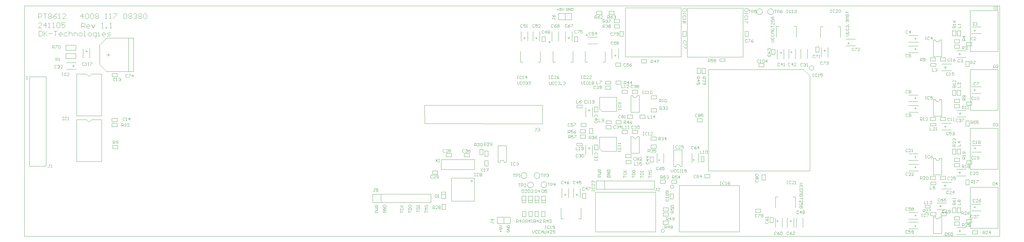
<source format=gto>
*%FSLAX23Y23*%
*%MOIN*%
G01*
D11*
X4162Y5727D02*
X15879D01*
Y8502D02*
X4162D01*
Y5727D01*
X15879D02*
Y8502D01*
D12*
X10736Y8412D02*
Y8334D01*
X10580D02*
Y8412D01*
X10659D02*
Y8334D01*
X10736D02*
X10580D01*
Y8412D02*
X10736D01*
X10000Y5959D02*
Y5881D01*
X9844D02*
Y5959D01*
X9923D02*
Y5881D01*
X10000D02*
X9844D01*
Y5959D02*
X10000D01*
D13*
X10312Y8113D02*
X10324D01*
X10300D01*
X10182D02*
X10158D01*
X10946Y6786D02*
X10958D01*
X10934D01*
X10946Y7243D02*
X10958D01*
X10934D01*
X10812Y6227D02*
X10800D01*
X10812D02*
X10788D01*
X10670D02*
X10647D01*
X10481Y8066D02*
X10458D01*
X10690Y8113D02*
X10714D01*
X10906Y8152D02*
X10930D01*
X11249Y7904D02*
X11273D01*
X4918Y7955D02*
X4895D01*
X4761Y7778D02*
X4737D01*
X13765Y7963D02*
X13777D01*
X13765D02*
X13788D01*
X14052Y8050D02*
X14076D01*
X10312Y8101D02*
Y8125D01*
Y8113D01*
X10170Y8101D02*
Y8125D01*
X10946Y6798D02*
Y6774D01*
Y6786D01*
Y7231D02*
Y7255D01*
Y7243D02*
Y7231D01*
X10800Y6239D02*
Y6215D01*
Y6227D02*
Y6239D01*
X10658D02*
Y6215D01*
X10469Y8054D02*
Y8077D01*
X10702Y8101D02*
Y8125D01*
X10918Y8140D02*
Y8164D01*
X11261Y7916D02*
Y7892D01*
X4906Y7944D02*
Y7967D01*
X4749Y7790D02*
Y7766D01*
X13777Y7951D02*
Y7975D01*
Y7963D02*
Y7951D01*
X14064Y8038D02*
Y8062D01*
X11088Y6440D02*
X11053D01*
Y6457D01*
X11058Y6463D01*
X11070D01*
X11076Y6457D01*
Y6440D01*
X11088Y6475D02*
X11053D01*
X11076Y6486D02*
X11088Y6475D01*
X11076Y6486D02*
X11088Y6498D01*
X11053D01*
Y6510D02*
X11088D01*
X11053D02*
Y6527D01*
X11058Y6533D01*
X11070D01*
X11076Y6527D01*
Y6510D01*
Y6521D02*
X11088Y6533D01*
X11163Y6453D02*
X11169Y6459D01*
X11163Y6453D02*
Y6441D01*
X11169Y6436D01*
X11192D01*
X11198Y6441D01*
Y6453D01*
X11192Y6459D01*
X11180D01*
Y6447D01*
X11198Y6471D02*
X11163D01*
X11198Y6494D01*
X11163D01*
Y6506D02*
X11198D01*
Y6523D01*
X11192Y6529D01*
X11169D01*
X11163Y6523D01*
Y6506D01*
X11360Y6455D02*
Y6432D01*
Y6443D02*
Y6455D01*
Y6443D02*
X11395D01*
X11360Y6484D02*
X11365Y6490D01*
X11360Y6484D02*
Y6473D01*
X11365Y6467D01*
X11389D01*
X11395Y6473D01*
Y6484D01*
X11389Y6490D01*
X11395Y6502D02*
X11360D01*
X11383D02*
X11395D01*
X11383D02*
X11360Y6525D01*
X11377Y6508D01*
X11395Y6525D01*
X11663Y6455D02*
Y6432D01*
Y6443D02*
Y6455D01*
Y6443D02*
X11698D01*
Y6467D02*
X11663D01*
X11674Y6478D01*
X11663Y6490D01*
X11698D01*
X11669Y6525D02*
X11663Y6519D01*
Y6508D01*
X11669Y6502D01*
X11674D01*
X11680Y6508D01*
Y6519D01*
X11686Y6525D01*
X11692D01*
X11698Y6519D01*
Y6508D01*
X11692Y6502D01*
X11564Y6455D02*
Y6432D01*
Y6443D02*
Y6455D01*
Y6443D02*
X11599D01*
Y6467D02*
X11564D01*
X11599D02*
Y6484D01*
X11594Y6490D01*
X11570D01*
X11564Y6484D01*
Y6467D01*
Y6502D02*
Y6513D01*
Y6508D01*
X11599D01*
Y6502D01*
Y6513D01*
X11462Y6455D02*
Y6432D01*
Y6443D02*
Y6455D01*
Y6443D02*
X11497D01*
Y6467D02*
X11462D01*
X11497D02*
Y6484D01*
X11491Y6490D01*
X11468D01*
X11462Y6484D01*
Y6467D01*
Y6508D02*
Y6519D01*
Y6508D02*
X11468Y6502D01*
X11491D01*
X11497Y6508D01*
Y6519D01*
X11491Y6525D01*
X11468D01*
X11462Y6519D01*
X8679Y6034D02*
Y6010D01*
Y6022D02*
Y6034D01*
Y6022D02*
X8714D01*
X8679Y6063D02*
X8684Y6069D01*
X8679Y6063D02*
Y6051D01*
X8684Y6045D01*
X8708D01*
X8714Y6051D01*
Y6063D01*
X8708Y6069D01*
X8714Y6080D02*
X8679D01*
X8702D02*
X8714D01*
X8702D02*
X8679Y6104D01*
X8696Y6086D01*
X8714Y6104D01*
X8777Y6034D02*
Y6010D01*
Y6022D02*
Y6034D01*
Y6022D02*
X8812D01*
Y6045D02*
X8777D01*
X8812D02*
Y6063D01*
X8806Y6069D01*
X8783D01*
X8777Y6063D01*
Y6045D01*
Y6086D02*
Y6098D01*
Y6086D02*
X8783Y6080D01*
X8806D01*
X8812Y6086D01*
Y6098D01*
X8806Y6104D01*
X8783D01*
X8777Y6098D01*
X8875Y6042D02*
Y6018D01*
Y6030D02*
Y6042D01*
Y6030D02*
X8910D01*
Y6053D02*
X8875D01*
X8910D02*
Y6071D01*
X8905Y6077D01*
X8881D01*
X8875Y6071D01*
Y6053D01*
Y6088D02*
Y6100D01*
Y6094D01*
X8910D01*
Y6088D01*
Y6100D01*
X8974Y6034D02*
Y6010D01*
Y6022D02*
Y6034D01*
Y6022D02*
X9009D01*
Y6045D02*
X8974D01*
X8986Y6057D01*
X8974Y6069D01*
X9009D01*
X8980Y6104D02*
X8974Y6098D01*
Y6086D01*
X8980Y6080D01*
X8986D01*
X8991Y6086D01*
Y6098D01*
X8997Y6104D01*
X9003D01*
X9009Y6098D01*
Y6086D01*
X9003Y6080D01*
X8410Y6010D02*
X8375D01*
Y6028D01*
X8381Y6034D01*
X8393D01*
X8399Y6028D01*
Y6010D01*
X8410Y6045D02*
X8375D01*
X8399Y6057D02*
X8410Y6045D01*
X8399Y6057D02*
X8410Y6069D01*
X8375D01*
Y6080D02*
X8410D01*
X8375D02*
Y6098D01*
X8381Y6104D01*
X8393D01*
X8399Y6098D01*
Y6080D01*
Y6092D02*
X8410Y6104D01*
X8476Y6034D02*
X8470Y6028D01*
Y6016D01*
X8476Y6010D01*
X8499D01*
X8505Y6016D01*
Y6028D01*
X8499Y6034D01*
X8487D01*
Y6022D01*
X8505Y6045D02*
X8470D01*
X8505Y6069D01*
X8470D01*
Y6080D02*
X8505D01*
Y6098D01*
X8499Y6104D01*
X8476D01*
X8470Y6098D01*
Y6080D01*
X15578Y8303D02*
X15584Y8297D01*
X15578Y8303D02*
X15567D01*
X15561Y8297D01*
Y8274D01*
X15567Y8268D01*
X15578D01*
X15584Y8274D01*
X15596Y8268D02*
X15608D01*
X15602D01*
Y8303D01*
X15603D01*
X15602D02*
X15596Y8297D01*
X15587Y7582D02*
X15593Y7576D01*
X15587Y7582D02*
X15576D01*
X15570Y7576D01*
Y7553D01*
X15576Y7547D01*
X15587D01*
X15593Y7553D01*
X15605Y7582D02*
X15628D01*
Y7576D01*
X15605Y7553D01*
Y7547D01*
X15280Y7862D02*
X15274Y7868D01*
X15262D01*
X15256Y7862D01*
Y7839D01*
X15262Y7833D01*
X15274D01*
X15280Y7839D01*
X15291Y7833D02*
X15303D01*
X15297D01*
Y7868D01*
X15298D01*
X15297D02*
X15291Y7862D01*
X15332D02*
X15344Y7868D01*
X15332Y7862D02*
X15321Y7851D01*
Y7839D01*
X15326Y7833D01*
X15338D01*
X15344Y7839D01*
Y7845D01*
X15338Y7851D01*
X15321D01*
X15258Y7699D02*
X15264Y7693D01*
X15258Y7699D02*
X15247D01*
X15241Y7693D01*
Y7670D01*
X15247Y7664D01*
X15258D01*
X15264Y7670D01*
X15276Y7664D02*
X15287D01*
X15282D01*
Y7699D01*
X15283D01*
X15282D02*
X15276Y7693D01*
X15305Y7699D02*
X15328D01*
X15305D02*
Y7682D01*
X15317Y7687D01*
X15322D01*
X15328Y7682D01*
Y7670D01*
X15322Y7664D01*
X15311D01*
X15305Y7670D01*
X15068Y7711D02*
Y7746D01*
Y7711D02*
X15091D01*
X15103Y7740D02*
X15109Y7746D01*
X15120D01*
X15126Y7740D01*
Y7735D01*
X15127D01*
X15126D02*
X15127D01*
X15126D02*
X15127D01*
X15126D02*
X15120Y7729D01*
X15115D01*
X15120D01*
X15126Y7723D01*
Y7717D01*
X15120Y7711D01*
X15109D01*
X15103Y7717D01*
X15315Y8237D02*
X15350D01*
X15315D02*
Y8254D01*
X15321Y8260D01*
X15332D01*
X15338Y8254D01*
Y8237D01*
Y8248D02*
X15350Y8260D01*
Y8272D02*
Y8283D01*
Y8278D01*
X15315D01*
X15316D01*
X15315D02*
X15321Y8272D01*
Y8313D02*
X15315Y8324D01*
X15321Y8313D02*
X15332Y8301D01*
X15344D01*
X15350Y8307D01*
Y8318D01*
X15344Y8324D01*
X15338D01*
X15332Y8318D01*
Y8301D01*
X14776Y7914D02*
X14770Y7919D01*
X14758D01*
X14753Y7914D01*
Y7890D01*
X14758Y7884D01*
X14770D01*
X14776Y7890D01*
X14788Y7919D02*
X14811D01*
X14788D02*
Y7902D01*
X14799Y7908D01*
X14805D01*
X14811Y7902D01*
Y7890D01*
X14805Y7884D01*
X14793D01*
X14788Y7890D01*
X14776Y8197D02*
X14770Y8203D01*
X14758D01*
X14753Y8197D01*
Y8174D01*
X14758Y8168D01*
X14770D01*
X14776Y8174D01*
X14805Y8168D02*
Y8203D01*
X14788Y8185D01*
X14811D01*
X15109Y8092D02*
X15109Y8088D01*
X15110Y8085D01*
X15111Y8082D01*
X15112Y8079D01*
X15114Y8076D01*
X15116Y8074D01*
X15119Y8072D01*
X15122Y8070D01*
X15124Y8069D01*
X15128Y8068D01*
X15131Y8067D01*
X15134Y8067D01*
X15137Y8067D01*
X15140Y8068D01*
X15144Y8069D01*
X15146Y8070D01*
X15149Y8072D01*
X15152Y8074D01*
X15154Y8076D01*
X15156Y8079D01*
X15157Y8082D01*
X15158Y8085D01*
X15159Y8088D01*
X15159Y8092D01*
X15184D02*
Y7892D01*
X15084D02*
Y8092D01*
Y7892D02*
X15184D01*
Y8092D02*
X15159D01*
X15109D02*
X15084D01*
X14996Y8128D02*
X14985D01*
X14991D02*
X14996D01*
X14991D02*
Y8093D01*
X14985D01*
X14996D01*
X15031Y8128D02*
X15037Y8122D01*
X15031Y8128D02*
X15020D01*
X15014Y8122D01*
Y8099D01*
X15020Y8093D01*
X15031D01*
X15037Y8099D01*
X15066Y8093D02*
Y8128D01*
X15049Y8111D01*
X15072D01*
X14926Y7872D02*
Y7837D01*
Y7872D02*
X14943D01*
X14949Y7866D01*
Y7855D01*
X14943Y7849D01*
X14926D01*
X14937D02*
X14949Y7837D01*
X14961Y7872D02*
X14984D01*
X14961D02*
Y7855D01*
X14972Y7861D01*
X14978D01*
X14984Y7855D01*
Y7843D01*
X14978Y7837D01*
X14967D01*
X14961Y7843D01*
X15433Y8083D02*
X15468D01*
X15433D02*
Y8100D01*
X15439Y8106D01*
X15451D01*
X15456Y8100D01*
Y8083D01*
Y8094D02*
X15468Y8106D01*
Y8135D02*
X15433D01*
X15451Y8118D01*
Y8141D01*
X15430Y8012D02*
Y7977D01*
Y8012D02*
X15447D01*
X15453Y8006D01*
Y7994D01*
X15447Y7988D01*
X15430D01*
X15442D02*
X15453Y7977D01*
X15465Y8006D02*
X15471Y8012D01*
X15482D01*
X15488Y8006D01*
Y8000D01*
X15489D01*
X15488D02*
X15489D01*
X15488D02*
X15489D01*
X15488D02*
X15482Y7994D01*
X15477D01*
X15482D01*
X15488Y7988D01*
Y7982D01*
X15482Y7977D01*
X15471D01*
X15465Y7982D01*
X15394Y7858D02*
X15400Y7852D01*
X15394Y7858D02*
X15383D01*
X15377Y7852D01*
Y7829D01*
X15383Y7823D01*
X15394D01*
X15400Y7829D01*
X15412Y7852D02*
X15418Y7858D01*
X15429D01*
X15435Y7852D01*
Y7846D01*
X15436D01*
X15435D02*
X15436D01*
X15435D02*
X15436D01*
X15435D02*
X15429Y7840D01*
X15424D01*
X15429D01*
X15435Y7835D01*
Y7829D01*
X15429Y7823D01*
X15418D01*
X15412Y7829D01*
X15529Y7838D02*
Y7803D01*
Y7838D02*
X15546D01*
X15552Y7832D01*
Y7820D01*
X15546Y7815D01*
X15529D01*
X15541D02*
X15552Y7803D01*
X15564D02*
X15587D01*
X15564D02*
X15587Y7826D01*
Y7832D01*
X15581Y7838D01*
X15570D01*
X15564Y7832D01*
X15558Y8119D02*
X15552Y8125D01*
X15541D01*
X15535Y8119D01*
Y8096D01*
X15541Y8090D01*
X15552D01*
X15558Y8096D01*
X15570Y8090D02*
X15593D01*
X15570D02*
X15593Y8113D01*
Y8119D01*
X15587Y8125D01*
X15576D01*
X15570Y8119D01*
X15558Y7405D02*
X15564Y7399D01*
X15558Y7405D02*
X15547D01*
X15541Y7399D01*
Y7376D01*
X15547Y7370D01*
X15558D01*
X15564Y7376D01*
X15576Y7370D02*
X15588D01*
X15582D01*
Y7405D01*
X15583D01*
X15582D02*
X15576Y7399D01*
X15605D02*
X15611Y7405D01*
X15623D01*
X15628Y7399D01*
Y7376D01*
X15623Y7370D01*
X15611D01*
X15605Y7376D01*
Y7399D01*
X15533Y7117D02*
Y7082D01*
Y7117D02*
X15550D01*
X15556Y7111D01*
Y7099D01*
X15550Y7094D01*
X15533D01*
X15545D02*
X15556Y7082D01*
X15568Y7117D02*
X15591D01*
X15568D02*
Y7099D01*
X15580Y7105D01*
X15585D01*
X15591Y7099D01*
Y7088D01*
X15585Y7082D01*
X15574D01*
X15568Y7088D01*
X15603Y7117D02*
X15626D01*
X15603D02*
Y7099D01*
X15615Y7105D01*
X15620D01*
X15626Y7099D01*
Y7088D01*
X15620Y7082D01*
X15609D01*
X15603Y7088D01*
X15379Y7134D02*
X15373Y7140D01*
X15362D01*
X15356Y7134D01*
Y7111D01*
X15362Y7105D01*
X15373D01*
X15379Y7111D01*
X15391Y7134D02*
X15397Y7140D01*
X15408D01*
X15414Y7134D01*
Y7128D01*
X15415D01*
X15414D02*
X15415D01*
X15414D02*
X15415D01*
X15414D02*
X15408Y7122D01*
X15403D01*
X15408D01*
X15414Y7117D01*
Y7111D01*
X15408Y7105D01*
X15397D01*
X15391Y7111D01*
X15426Y7140D02*
X15449D01*
Y7134D01*
X15426Y7111D01*
Y7105D01*
X15430Y7260D02*
Y7295D01*
X15447D01*
X15453Y7289D01*
Y7277D01*
X15447Y7272D01*
X15430D01*
X15442D02*
X15453Y7260D01*
X15465D02*
X15477D01*
X15471D01*
Y7295D01*
X15472D01*
X15471D02*
X15465Y7289D01*
X15494Y7260D02*
X15506D01*
X15500D01*
Y7295D01*
X15501D01*
X15500D02*
X15494Y7289D01*
X15468Y7366D02*
X15433D01*
Y7383D01*
X15439Y7389D01*
X15451D01*
X15456Y7383D01*
Y7366D01*
Y7378D02*
X15468Y7389D01*
X15439Y7401D02*
X15433Y7407D01*
Y7418D01*
X15439Y7424D01*
X15445D01*
X15451Y7418D01*
X15456Y7424D01*
X15462D01*
X15468Y7418D01*
Y7407D01*
X15462Y7401D01*
X15456D01*
X15451Y7407D01*
X15445Y7401D01*
X15439D01*
X15451Y7407D02*
Y7418D01*
X15809Y7791D02*
X15820D01*
X15809D02*
X15803Y7785D01*
Y7762D01*
X15809Y7756D01*
X15820D01*
X15826Y7762D01*
Y7785D01*
X15820Y7791D01*
X15838Y7756D02*
X15861D01*
X15838D02*
X15861Y7779D01*
Y7785D01*
X15855Y7791D01*
X15844D01*
X15838Y7785D01*
X15826Y8494D02*
X15815D01*
X15809Y8488D01*
Y8465D01*
X15815Y8459D01*
X15826D01*
X15832Y8465D01*
Y8488D01*
X15826Y8494D01*
X15844Y8459D02*
X15856D01*
X15850D01*
Y8494D01*
X15851D01*
X15850D02*
X15844Y8488D01*
X15410Y7521D02*
X15375D01*
X15410D02*
Y7544D01*
Y7556D02*
Y7579D01*
Y7556D02*
X15387Y7579D01*
X15381D01*
X15375Y7574D01*
Y7562D01*
X15381Y7556D01*
X14926Y7156D02*
Y7121D01*
Y7156D02*
X14943D01*
X14949Y7150D01*
Y7138D01*
X14943Y7132D01*
X14926D01*
X14937D02*
X14949Y7121D01*
X14961D02*
X14972D01*
X14967D01*
Y7156D01*
X14968D01*
X14967D02*
X14961Y7150D01*
X14990D02*
X14996Y7156D01*
X15007D01*
X15013Y7150D01*
Y7144D01*
X15014D01*
X15013D02*
X15014D01*
X15013D02*
X15014D01*
X15013D02*
X15007Y7138D01*
X15002D01*
X15007D01*
X15013Y7132D01*
Y7127D01*
X15007Y7121D01*
X14996D01*
X14990Y7127D01*
X15109Y7375D02*
X15109Y7372D01*
X15110Y7369D01*
X15111Y7366D01*
X15112Y7363D01*
X15114Y7360D01*
X15116Y7357D01*
X15119Y7355D01*
X15122Y7353D01*
X15124Y7352D01*
X15128Y7351D01*
X15131Y7350D01*
X15134Y7350D01*
X15137Y7350D01*
X15140Y7351D01*
X15144Y7352D01*
X15146Y7353D01*
X15149Y7355D01*
X15152Y7357D01*
X15154Y7360D01*
X15156Y7363D01*
X15157Y7366D01*
X15158Y7369D01*
X15159Y7372D01*
X15159Y7375D01*
X15084D02*
Y7175D01*
X15184D02*
Y7375D01*
X15109D02*
X15084D01*
X15159D02*
X15184D01*
Y7175D02*
X15084D01*
X14996Y7412D02*
X14985D01*
X14991D02*
X14996D01*
X14991D02*
Y7377D01*
X14985D01*
X14996D01*
X15031Y7412D02*
X15037Y7406D01*
X15031Y7412D02*
X15020D01*
X15014Y7406D01*
Y7382D01*
X15020Y7377D01*
X15031D01*
X15037Y7382D01*
X15049Y7412D02*
X15072D01*
X15049D02*
Y7394D01*
X15061Y7400D01*
X15066D01*
X15072Y7394D01*
Y7382D01*
X15066Y7377D01*
X15055D01*
X15049Y7382D01*
X14776Y7481D02*
X14770Y7486D01*
X14758D01*
X14753Y7481D01*
Y7457D01*
X14758Y7451D01*
X14770D01*
X14776Y7457D01*
X14788Y7481D02*
X14793Y7486D01*
X14805D01*
X14811Y7481D01*
Y7475D01*
X14805Y7469D01*
X14811Y7463D01*
Y7457D01*
X14805Y7451D01*
X14793D01*
X14788Y7457D01*
Y7463D01*
X14793Y7469D01*
X14788Y7475D01*
Y7481D01*
X14793Y7469D02*
X14805D01*
X14770Y7203D02*
X14776Y7197D01*
X14770Y7203D02*
X14758D01*
X14753Y7197D01*
Y7174D01*
X14758Y7168D01*
X14770D01*
X14776Y7174D01*
X14788D02*
X14793Y7168D01*
X14805D01*
X14811Y7174D01*
Y7197D01*
X14805Y7203D01*
X14793D01*
X14788Y7197D01*
Y7191D01*
X14793Y7185D01*
X14811D01*
X15315Y7520D02*
X15350D01*
X15315D02*
Y7538D01*
X15321Y7544D01*
X15332D01*
X15338Y7538D01*
Y7520D01*
Y7532D02*
X15350Y7544D01*
Y7555D02*
Y7567D01*
Y7561D01*
X15315D01*
X15316D01*
X15315D02*
X15321Y7555D01*
X15350Y7584D02*
Y7608D01*
Y7584D02*
X15327Y7608D01*
X15321D01*
X15315Y7602D01*
Y7590D01*
X15321Y7584D01*
X15044Y7038D02*
Y7003D01*
X15067D01*
X15079D02*
X15102D01*
X15079D02*
X15102Y7026D01*
Y7032D01*
X15096Y7038D01*
X15085D01*
X15079Y7032D01*
X15114Y7003D02*
X15126D01*
X15120D01*
Y7038D01*
X15121D01*
X15120D02*
X15114Y7032D01*
X15258Y6982D02*
X15264Y6977D01*
X15258Y6982D02*
X15247D01*
X15241Y6977D01*
Y6953D01*
X15247Y6947D01*
X15258D01*
X15264Y6953D01*
X15276Y6982D02*
X15299D01*
X15276D02*
Y6965D01*
X15287Y6971D01*
X15293D01*
X15299Y6965D01*
Y6953D01*
X15293Y6947D01*
X15282D01*
X15276Y6953D01*
X15311Y6977D02*
X15317Y6982D01*
X15328D01*
X15334Y6977D01*
Y6971D01*
X15335D01*
X15334D02*
X15335D01*
X15334D02*
X15335D01*
X15334D02*
X15328Y6965D01*
X15322D01*
X15328D01*
X15334Y6959D01*
Y6953D01*
X15328Y6947D01*
X15317D01*
X15311Y6953D01*
X15280Y7146D02*
X15274Y7152D01*
X15262D01*
X15256Y7146D01*
Y7123D01*
X15262Y7117D01*
X15274D01*
X15280Y7123D01*
X15291Y7117D02*
X15303D01*
X15297D01*
Y7152D01*
X15298D01*
X15297D02*
X15291Y7146D01*
X15321Y7117D02*
X15332D01*
X15326D01*
Y7152D01*
X15327D01*
X15326D02*
X15321Y7146D01*
X15375Y8238D02*
X15410D01*
Y8261D01*
Y8273D02*
Y8284D01*
Y8279D01*
X15375D01*
X15376D01*
X15375D02*
X15381Y8273D01*
X15576Y6878D02*
X15581Y6872D01*
X15576Y6878D02*
X15564D01*
X15558Y6872D01*
Y6849D01*
X15564Y6843D01*
X15576D01*
X15581Y6849D01*
X15593Y6843D02*
X15605D01*
X15599D01*
Y6878D01*
X15600D01*
X15599D02*
X15593Y6872D01*
X15622D02*
X15628Y6878D01*
X15640D01*
X15646Y6872D01*
Y6866D01*
X15640Y6861D01*
X15646Y6855D01*
Y6849D01*
X15640Y6843D01*
X15628D01*
X15622Y6849D01*
Y6855D01*
X15628Y6861D01*
X15622Y6866D01*
Y6872D01*
X15628Y6861D02*
X15640D01*
X15576Y6173D02*
X15581Y6168D01*
X15576Y6173D02*
X15564D01*
X15558Y6168D01*
Y6144D01*
X15564Y6138D01*
X15576D01*
X15581Y6144D01*
X15593Y6138D02*
X15616D01*
X15593D02*
X15616Y6162D01*
Y6168D01*
X15611Y6173D01*
X15599D01*
X15593Y6168D01*
X15640D02*
X15651Y6173D01*
X15640Y6168D02*
X15628Y6156D01*
Y6144D01*
X15634Y6138D01*
X15646D01*
X15651Y6144D01*
Y6150D01*
X15646Y6156D01*
X15628D01*
X14774Y5792D02*
X14768Y5797D01*
X14757D01*
X14751Y5792D01*
Y5768D01*
X14757Y5762D01*
X14768D01*
X14774Y5768D01*
X14786Y5797D02*
X14809D01*
X14786D02*
Y5780D01*
X14798Y5786D01*
X14803D01*
X14809Y5780D01*
Y5768D01*
X14803Y5762D01*
X14792D01*
X14786Y5768D01*
X14821D02*
X14827Y5762D01*
X14838D01*
X14844Y5768D01*
Y5792D01*
X14838Y5797D01*
X14827D01*
X14821Y5792D01*
Y5786D01*
X14827Y5780D01*
X14844D01*
X14776Y6067D02*
X14770Y6073D01*
X14758D01*
X14753Y6067D01*
Y6044D01*
X14758Y6038D01*
X14770D01*
X14776Y6044D01*
X14788Y6073D02*
X14811D01*
X14788D02*
Y6056D01*
X14799Y6061D01*
X14805D01*
X14811Y6056D01*
Y6044D01*
X14805Y6038D01*
X14793D01*
X14788Y6044D01*
X14823Y6067D02*
X14828Y6073D01*
X14840D01*
X14846Y6067D01*
Y6061D01*
X14840Y6056D01*
X14846Y6050D01*
Y6044D01*
X14840Y6038D01*
X14828D01*
X14823Y6044D01*
Y6050D01*
X14828Y6056D01*
X14823Y6061D01*
Y6067D01*
X14828Y6056D02*
X14840D01*
X14958Y6049D02*
Y6014D01*
Y6049D02*
X14975D01*
X14981Y6044D01*
Y6032D01*
X14975Y6026D01*
X14958D01*
X14969D02*
X14981Y6014D01*
X14993D02*
X15016D01*
X14993D02*
X15016Y6038D01*
Y6044D01*
X15010Y6049D01*
X14998D01*
X14993Y6044D01*
X15028Y6049D02*
X15051D01*
Y6044D01*
X15028Y6020D01*
Y6014D01*
X15162Y6177D02*
X15156Y6183D01*
X15145D01*
X15139Y6177D01*
Y6154D01*
X15145Y6148D01*
X15156D01*
X15162Y6154D01*
X15185Y6177D02*
X15197Y6183D01*
X15185Y6177D02*
X15174Y6166D01*
Y6154D01*
X15180Y6148D01*
X15191D01*
X15197Y6154D01*
Y6160D01*
X15191Y6166D01*
X15174D01*
X15220Y6177D02*
X15232Y6183D01*
X15220Y6177D02*
X15209Y6166D01*
Y6154D01*
X15215Y6148D01*
X15226D01*
X15232Y6154D01*
Y6160D01*
X15226Y6166D01*
X15209D01*
X14973Y6152D02*
Y6117D01*
X14997D01*
X15008D02*
X15020D01*
X15014D01*
Y6152D01*
X15015D01*
X15014D02*
X15008Y6146D01*
X15038D02*
X15043Y6152D01*
X15055D01*
X15061Y6146D01*
Y6140D01*
X15062D01*
X15061D02*
X15062D01*
X15061D02*
X15062D01*
X15061D02*
X15055Y6134D01*
X15049D01*
X15055D01*
X15061Y6128D01*
Y6123D01*
X15055Y6117D01*
X15043D01*
X15038Y6123D01*
X15211Y6042D02*
X15217Y6036D01*
X15211Y6042D02*
X15200D01*
X15194Y6036D01*
Y6012D01*
X15200Y6007D01*
X15211D01*
X15217Y6012D01*
X15241Y6036D02*
X15252Y6042D01*
X15241Y6036D02*
X15229Y6024D01*
Y6012D01*
X15235Y6007D01*
X15246D01*
X15252Y6012D01*
Y6018D01*
X15246Y6024D01*
X15229D01*
X15264Y6012D02*
X15270Y6007D01*
X15281D01*
X15287Y6012D01*
Y6036D01*
X15281Y6042D01*
X15270D01*
X15264Y6036D01*
Y6030D01*
X15270Y6024D01*
X15287D01*
X15678Y5790D02*
Y5755D01*
Y5790D02*
X15696D01*
X15701Y5784D01*
Y5772D01*
X15696Y5766D01*
X15678D01*
X15690D02*
X15701Y5755D01*
X15713D02*
X15736D01*
X15713D02*
X15736Y5778D01*
Y5784D01*
X15731Y5790D01*
X15719D01*
X15713Y5784D01*
X15766Y5790D02*
Y5755D01*
X15748Y5772D02*
X15766Y5790D01*
X15771Y5772D02*
X15748D01*
X15801Y6377D02*
X15812D01*
X15801D02*
X15795Y6371D01*
Y6348D01*
X15801Y6342D01*
X15812D01*
X15818Y6348D01*
Y6371D01*
X15812Y6377D01*
X15847D02*
Y6342D01*
X15830Y6359D02*
X15847Y6377D01*
X15853Y6359D02*
X15830D01*
X15350Y6107D02*
X15315D01*
Y6124D01*
X15321Y6130D01*
X15332D01*
X15338Y6124D01*
Y6107D01*
Y6119D02*
X15350Y6130D01*
X15321Y6154D02*
X15315Y6165D01*
X15321Y6154D02*
X15332Y6142D01*
X15344D01*
X15350Y6148D01*
Y6159D01*
X15344Y6165D01*
X15338D01*
X15332Y6159D01*
Y6142D01*
X15350Y6177D02*
Y6189D01*
Y6183D01*
X15315D01*
X15316D01*
X15315D02*
X15321Y6177D01*
X15159Y5962D02*
X15159Y5959D01*
X15158Y5955D01*
X15157Y5952D01*
X15156Y5949D01*
X15154Y5947D01*
X15152Y5944D01*
X15149Y5942D01*
X15146Y5940D01*
X15144Y5939D01*
X15140Y5938D01*
X15137Y5937D01*
X15134Y5937D01*
X15131Y5937D01*
X15128Y5938D01*
X15124Y5939D01*
X15122Y5940D01*
X15119Y5942D01*
X15116Y5944D01*
X15114Y5947D01*
X15112Y5949D01*
X15111Y5952D01*
X15110Y5955D01*
X15109Y5959D01*
X15109Y5962D01*
X15184D02*
Y5762D01*
X15084D02*
Y5962D01*
Y5762D02*
X15184D01*
Y5962D02*
X15159D01*
X15109D02*
X15084D01*
X14953Y5998D02*
X14941D01*
X14947D02*
X14953D01*
X14947D02*
Y5963D01*
X14941D01*
X14953D01*
X14988Y5998D02*
X14993Y5992D01*
X14988Y5998D02*
X14976D01*
X14970Y5992D01*
Y5969D01*
X14976Y5963D01*
X14988D01*
X14993Y5969D01*
X15005Y5998D02*
X15028D01*
Y5992D01*
X15005Y5969D01*
Y5963D01*
X15375Y6108D02*
X15410D01*
Y6131D01*
X15381Y6143D02*
X15375Y6149D01*
Y6160D01*
X15381Y6166D01*
X15387D01*
X15392Y6160D01*
X15398Y6166D01*
X15404D01*
X15410Y6160D01*
Y6149D01*
X15404Y6143D01*
X15398D01*
X15392Y6149D01*
X15387Y6143D01*
X15381D01*
X15392Y6149D02*
Y6160D01*
X15423Y6025D02*
Y5990D01*
Y6025D02*
X15440D01*
X15446Y6019D01*
Y6007D01*
X15440Y6002D01*
X15423D01*
X15435D02*
X15446Y5990D01*
X15458D02*
X15481D01*
X15458D02*
X15481Y6013D01*
Y6019D01*
X15475Y6025D01*
X15464D01*
X15458Y6019D01*
X15505D02*
X15516Y6025D01*
X15505Y6019D02*
X15493Y6007D01*
Y5996D01*
X15499Y5990D01*
X15510D01*
X15516Y5996D01*
Y6002D01*
X15510Y6007D01*
X15493D01*
X15430Y5882D02*
Y5847D01*
Y5882D02*
X15447D01*
X15453Y5876D01*
Y5864D01*
X15447Y5858D01*
X15430D01*
X15442D02*
X15453Y5847D01*
X15465D02*
X15488D01*
X15465D02*
X15488Y5870D01*
Y5876D01*
X15482Y5882D01*
X15471D01*
X15465Y5876D01*
X15500Y5882D02*
X15523D01*
X15500D02*
Y5864D01*
X15512Y5870D01*
X15517D01*
X15523Y5864D01*
Y5852D01*
X15517Y5847D01*
X15506D01*
X15500Y5852D01*
X15244Y5764D02*
X15238Y5770D01*
X15227D01*
X15221Y5764D01*
Y5741D01*
X15227Y5735D01*
X15238D01*
X15244Y5741D01*
X15256Y5770D02*
X15279D01*
X15256D02*
Y5752D01*
X15268Y5758D01*
X15273D01*
X15279Y5752D01*
Y5741D01*
X15273Y5735D01*
X15262D01*
X15256Y5741D01*
X15291Y5764D02*
X15297Y5770D01*
X15308D01*
X15314Y5764D01*
Y5741D01*
X15308Y5735D01*
X15297D01*
X15291Y5741D01*
Y5764D01*
X15551Y5982D02*
X15557Y5976D01*
X15551Y5982D02*
X15540D01*
X15534Y5976D01*
Y5953D01*
X15540Y5947D01*
X15551D01*
X15557Y5953D01*
X15569Y5947D02*
X15592D01*
X15569D02*
X15592Y5970D01*
Y5976D01*
X15586Y5982D01*
X15575D01*
X15569Y5976D01*
X15604Y5982D02*
X15627D01*
Y5976D01*
X15604Y5953D01*
Y5947D01*
X15280Y6437D02*
X15274Y6443D01*
X15262D01*
X15256Y6437D01*
Y6414D01*
X15262Y6408D01*
X15274D01*
X15280Y6414D01*
X15291Y6408D02*
X15315D01*
X15291D02*
X15315Y6431D01*
Y6437D01*
X15309Y6443D01*
X15297D01*
X15291Y6437D01*
X15326Y6443D02*
X15350D01*
X15326D02*
Y6426D01*
X15338Y6431D01*
X15344D01*
X15350Y6426D01*
Y6414D01*
X15344Y6408D01*
X15332D01*
X15326Y6414D01*
X15258Y6274D02*
X15264Y6268D01*
X15258Y6274D02*
X15247D01*
X15241Y6268D01*
Y6245D01*
X15247Y6239D01*
X15258D01*
X15264Y6245D01*
X15276Y6239D02*
X15299D01*
X15276D02*
X15299Y6262D01*
Y6268D01*
X15293Y6274D01*
X15282D01*
X15276Y6268D01*
X15328Y6274D02*
Y6239D01*
X15311Y6256D02*
X15328Y6274D01*
X15334Y6256D02*
X15311D01*
X15044Y6294D02*
Y6329D01*
Y6294D02*
X15067D01*
X15079Y6329D02*
X15102D01*
X15079D02*
Y6311D01*
X15091Y6317D01*
X15096D01*
X15102Y6311D01*
Y6300D01*
X15096Y6294D01*
X15085D01*
X15079Y6300D01*
X15315Y6812D02*
X15350D01*
X15315D02*
Y6829D01*
X15321Y6835D01*
X15332D01*
X15338Y6829D01*
Y6812D01*
Y6823D02*
X15350Y6835D01*
Y6847D02*
Y6870D01*
Y6847D02*
X15327Y6870D01*
X15321D01*
X15315Y6864D01*
Y6852D01*
X15321Y6847D01*
Y6882D02*
X15315Y6887D01*
Y6899D01*
X15321Y6905D01*
X15327D01*
X15328D01*
X15327D02*
X15328D01*
X15327D02*
X15328D01*
X15327D02*
X15332Y6899D01*
Y6893D01*
Y6899D01*
X15338Y6905D01*
X15344D01*
X15350Y6899D01*
Y6887D01*
X15344Y6882D01*
X14776Y6488D02*
X14770Y6494D01*
X14758D01*
X14753Y6488D01*
Y6465D01*
X14758Y6459D01*
X14770D01*
X14776Y6465D01*
X14788Y6459D02*
X14811D01*
X14788D02*
X14811Y6483D01*
Y6488D01*
X14805Y6494D01*
X14793D01*
X14788Y6488D01*
X14823Y6459D02*
X14846D01*
X14823D02*
X14846Y6483D01*
Y6488D01*
X14840Y6494D01*
X14828D01*
X14823Y6488D01*
X14776Y6772D02*
X14770Y6778D01*
X14758D01*
X14753Y6772D01*
Y6749D01*
X14758Y6743D01*
X14770D01*
X14776Y6749D01*
X14788Y6743D02*
X14811D01*
X14788D02*
X14811Y6766D01*
Y6772D01*
X14805Y6778D01*
X14793D01*
X14788Y6772D01*
X14823Y6743D02*
X14834D01*
X14828D01*
Y6778D01*
X14829D01*
X14828D02*
X14823Y6772D01*
X15109Y6666D02*
X15109Y6663D01*
X15110Y6660D01*
X15111Y6657D01*
X15112Y6654D01*
X15114Y6651D01*
X15116Y6649D01*
X15119Y6647D01*
X15122Y6645D01*
X15124Y6643D01*
X15128Y6642D01*
X15131Y6642D01*
X15134Y6641D01*
X15137Y6642D01*
X15140Y6642D01*
X15144Y6643D01*
X15146Y6645D01*
X15149Y6647D01*
X15152Y6649D01*
X15154Y6651D01*
X15156Y6654D01*
X15157Y6657D01*
X15158Y6660D01*
X15159Y6663D01*
X15159Y6666D01*
X15084D02*
Y6466D01*
X15184D02*
Y6666D01*
X15109D02*
X15084D01*
X15159D02*
X15184D01*
Y6466D02*
X15084D01*
X14996Y6703D02*
X14985D01*
X14991D02*
X14996D01*
X14991D02*
Y6668D01*
X14985D01*
X14996D01*
X15031Y6703D02*
X15037Y6697D01*
X15031Y6703D02*
X15020D01*
X15014Y6697D01*
Y6674D01*
X15020Y6668D01*
X15031D01*
X15037Y6674D01*
X15061Y6697D02*
X15072Y6703D01*
X15061Y6697D02*
X15049Y6685D01*
Y6674D01*
X15055Y6668D01*
X15066D01*
X15072Y6674D01*
Y6680D01*
X15066Y6685D01*
X15049D01*
X14926Y6447D02*
Y6412D01*
Y6447D02*
X14943D01*
X14949Y6441D01*
Y6430D01*
X14943Y6424D01*
X14926D01*
X14937D02*
X14949Y6412D01*
X14961D02*
X14984D01*
X14961D02*
X14984Y6435D01*
Y6441D01*
X14978Y6447D01*
X14967D01*
X14961Y6441D01*
X14996D02*
X15002Y6447D01*
X15013D01*
X15019Y6441D01*
Y6418D01*
X15013Y6412D01*
X15002D01*
X14996Y6418D01*
Y6441D01*
X15375Y6813D02*
X15410D01*
Y6836D01*
Y6865D02*
X15375D01*
X15392Y6848D01*
Y6871D01*
X15433Y6657D02*
X15468D01*
X15433D02*
Y6675D01*
X15439Y6681D01*
X15451D01*
X15456Y6675D01*
Y6657D01*
Y6669D02*
X15468Y6681D01*
Y6692D02*
Y6704D01*
Y6698D01*
X15433D01*
X15434D01*
X15433D02*
X15439Y6692D01*
X15462Y6721D02*
X15468Y6727D01*
Y6739D01*
X15462Y6745D01*
X15439D01*
X15433Y6739D01*
Y6727D01*
X15439Y6721D01*
X15445D01*
X15451Y6727D01*
Y6745D01*
X15430Y6586D02*
Y6551D01*
Y6586D02*
X15447D01*
X15453Y6580D01*
Y6569D01*
X15447Y6563D01*
X15430D01*
X15442D02*
X15453Y6551D01*
X15465D02*
X15477D01*
X15471D01*
Y6586D01*
X15472D01*
X15471D02*
X15465Y6580D01*
X15494D02*
X15500Y6586D01*
X15512D01*
X15517Y6580D01*
Y6575D01*
X15512Y6569D01*
X15517Y6563D01*
Y6557D01*
X15512Y6551D01*
X15500D01*
X15494Y6557D01*
Y6563D01*
X15500Y6569D01*
X15494Y6575D01*
Y6580D01*
X15500Y6569D02*
X15512D01*
X15543Y6502D02*
X15549Y6496D01*
X15543Y6502D02*
X15532D01*
X15526Y6496D01*
Y6473D01*
X15532Y6467D01*
X15543D01*
X15549Y6473D01*
X15561Y6467D02*
X15584D01*
X15561D02*
X15584Y6490D01*
Y6496D01*
X15578Y6502D01*
X15567D01*
X15561Y6496D01*
X15596D02*
X15602Y6502D01*
X15613D01*
X15619Y6496D01*
Y6473D01*
X15613Y6467D01*
X15602D01*
X15596Y6473D01*
Y6496D01*
X15535Y6402D02*
Y6367D01*
Y6402D02*
X15552D01*
X15558Y6396D01*
Y6384D01*
X15552Y6379D01*
X15535D01*
X15547D02*
X15558Y6367D01*
X15570D02*
X15582D01*
X15576D01*
Y6402D01*
X15577D01*
X15576D02*
X15570Y6396D01*
X15599Y6402D02*
X15622D01*
Y6396D01*
X15599Y6373D01*
Y6367D01*
X15564Y6684D02*
X15558Y6690D01*
X15547D01*
X15541Y6684D01*
Y6661D01*
X15547Y6655D01*
X15558D01*
X15564Y6661D01*
X15576Y6655D02*
X15588D01*
X15582D01*
Y6690D01*
X15583D01*
X15582D02*
X15576Y6684D01*
X15605Y6661D02*
X15611Y6655D01*
X15623D01*
X15628Y6661D01*
Y6684D01*
X15623Y6690D01*
X15611D01*
X15605Y6684D01*
Y6678D01*
X15611Y6672D01*
X15628D01*
X15807Y7088D02*
X15818D01*
X15807D02*
X15801Y7082D01*
Y7059D01*
X15807Y7053D01*
X15818D01*
X15824Y7059D01*
Y7082D01*
X15818Y7088D01*
X15836Y7082D02*
X15842Y7088D01*
X15853D01*
X15859Y7082D01*
Y7076D01*
X15860D01*
X15859D02*
X15860D01*
X15859D02*
X15860D01*
X15859D02*
X15853Y7070D01*
X15848D01*
X15853D01*
X15859Y7065D01*
Y7059D01*
X15853Y7053D01*
X15842D01*
X15836Y7059D01*
X13198Y8451D02*
X13174D01*
X13186D02*
X13198D01*
X13186D02*
Y8416D01*
X13209D02*
Y8451D01*
X13227D01*
X13232Y8445D01*
Y8433D01*
X13227Y8428D01*
X13209D01*
X13256Y8445D02*
X13267Y8451D01*
X13256Y8445D02*
X13244Y8433D01*
Y8422D01*
X13250Y8416D01*
X13262D01*
X13267Y8422D01*
Y8428D01*
X13262Y8433D01*
X13244D01*
X13126Y7969D02*
X13121Y7964D01*
X13126Y7969D02*
Y7981D01*
X13121Y7987D01*
X13097D01*
X13092Y7981D01*
Y7969D01*
X13097Y7964D01*
X13092Y7934D02*
X13126D01*
X13109Y7952D01*
Y7929D01*
X13121Y7917D02*
X13126Y7911D01*
Y7899D01*
X13121Y7894D01*
X13115D01*
X13116D01*
X13115D02*
X13116D01*
X13115D02*
X13116D01*
X13115D02*
X13109Y7899D01*
Y7905D01*
Y7899D01*
X13103Y7894D01*
X13097D01*
X13092Y7899D01*
Y7911D01*
X13097Y7917D01*
X13231Y7813D02*
X13237Y7807D01*
X13231Y7813D02*
X13219D01*
X13214Y7807D01*
Y7784D01*
X13219Y7778D01*
X13231D01*
X13237Y7784D01*
X13266Y7778D02*
Y7813D01*
X13249Y7796D01*
X13272D01*
X13284Y7778D02*
X13295D01*
X13289D01*
Y7813D01*
X13290D01*
X13289D02*
X13284Y7807D01*
X13320Y8451D02*
X13332D01*
X13326D01*
Y8416D01*
X13320D01*
X13332D01*
X13367Y8451D02*
X13372Y8445D01*
X13367Y8451D02*
X13355D01*
X13349Y8445D01*
Y8422D01*
X13355Y8416D01*
X13367D01*
X13372Y8422D01*
X13384Y8416D02*
X13396D01*
X13390D01*
Y8451D01*
X13391D01*
X13390D02*
X13384Y8445D01*
X13413D02*
X13419Y8451D01*
X13431D01*
X13436Y8445D01*
Y8439D01*
X13437D01*
X13436D02*
X13437D01*
X13436D02*
X13437D01*
X13436D02*
X13431Y8433D01*
X13425D01*
X13431D01*
X13436Y8428D01*
Y8422D01*
X13431Y8416D01*
X13419D01*
X13413Y8422D01*
X13357Y7813D02*
X13363Y7807D01*
X13357Y7813D02*
X13345D01*
X13340Y7807D01*
Y7784D01*
X13345Y7778D01*
X13357D01*
X13363Y7784D01*
X13392Y7778D02*
Y7813D01*
X13375Y7796D01*
X13398D01*
X13410Y7778D02*
X13433D01*
X13410D02*
X13433Y7802D01*
Y7807D01*
X13427Y7813D01*
X13415D01*
X13410Y7807D01*
X13507Y7809D02*
X13512Y7803D01*
X13507Y7809D02*
X13495D01*
X13489Y7803D01*
Y7780D01*
X13495Y7774D01*
X13507D01*
X13512Y7780D01*
X13524Y7803D02*
X13530Y7809D01*
X13542D01*
X13547Y7803D01*
Y7798D01*
X13548D01*
X13547D02*
X13548D01*
X13547D02*
X13548D01*
X13547D02*
X13542Y7792D01*
X13536D01*
X13542D01*
X13547Y7786D01*
Y7780D01*
X13542Y7774D01*
X13530D01*
X13524Y7780D01*
X13559Y7774D02*
X13571D01*
X13565D01*
Y7809D01*
X13566D01*
X13565D02*
X13559Y7803D01*
X13631Y7683D02*
X13643D01*
X13637D01*
Y7648D01*
X13631D01*
X13643D01*
X13678Y7683D02*
X13683Y7677D01*
X13678Y7683D02*
X13666D01*
X13660Y7677D01*
Y7654D01*
X13666Y7648D01*
X13678D01*
X13683Y7654D01*
X13695Y7648D02*
X13707D01*
X13701D01*
Y7683D01*
X13702D01*
X13701D02*
X13695Y7677D01*
X13724Y7683D02*
X13748D01*
X13724D02*
Y7666D01*
X13736Y7672D01*
X13742D01*
X13748Y7666D01*
Y7654D01*
X13742Y7648D01*
X13730D01*
X13724Y7654D01*
X13658Y7903D02*
X13652Y7909D01*
X13641D01*
X13635Y7903D01*
Y7880D01*
X13641Y7874D01*
X13652D01*
X13658Y7880D01*
X13670Y7909D02*
X13693D01*
Y7903D01*
X13670Y7880D01*
Y7874D01*
X13705D02*
X13717D01*
X13711D01*
Y7909D01*
X13712D01*
X13711D02*
X13705Y7903D01*
X13744Y7829D02*
X13750Y7823D01*
X13744Y7829D02*
X13733D01*
X13727Y7823D01*
Y7800D01*
X13733Y7794D01*
X13744D01*
X13750Y7800D01*
X13762Y7829D02*
X13785D01*
Y7823D01*
X13762Y7800D01*
Y7794D01*
X13797Y7823D02*
X13803Y7829D01*
X13814D01*
X13820Y7823D01*
Y7817D01*
X13821D01*
X13820D02*
X13821D01*
X13820D02*
X13821D01*
X13820D02*
X13814Y7811D01*
X13809D01*
X13814D01*
X13820Y7806D01*
Y7800D01*
X13814Y7794D01*
X13803D01*
X13797Y7800D01*
X13846Y8455D02*
X13858D01*
X13852D01*
Y8420D01*
X13846D01*
X13858D01*
X13893Y8455D02*
X13898Y8449D01*
X13893Y8455D02*
X13881D01*
X13875Y8449D01*
Y8426D01*
X13881Y8420D01*
X13893D01*
X13898Y8426D01*
X13910Y8420D02*
X13933D01*
X13910D02*
X13933Y8443D01*
Y8449D01*
X13928Y8455D01*
X13916D01*
X13910Y8449D01*
X13945D02*
X13951Y8455D01*
X13963D01*
X13968Y8449D01*
Y8426D01*
X13963Y8420D01*
X13951D01*
X13945Y8426D01*
Y8449D01*
X14123Y7995D02*
X14129Y7989D01*
X14123Y7995D02*
X14112D01*
X14106Y7989D01*
Y7966D01*
X14112Y7960D01*
X14123D01*
X14129Y7966D01*
X14141Y7995D02*
X14164D01*
Y7989D01*
X14141Y7966D01*
Y7960D01*
X14176D02*
X14199D01*
X14176D02*
X14199Y7983D01*
Y7989D01*
X14193Y7995D01*
X14182D01*
X14176Y7989D01*
X13333Y6393D02*
X13321D01*
X13327D02*
X13333D01*
X13327D02*
Y6358D01*
X13321D01*
X13333D01*
X13368Y6393D02*
X13373Y6387D01*
X13368Y6393D02*
X13356D01*
X13350Y6387D01*
Y6364D01*
X13356Y6358D01*
X13368D01*
X13373Y6364D01*
X13385Y6358D02*
X13408D01*
X13385D02*
X13408Y6381D01*
Y6387D01*
X13403Y6393D01*
X13391D01*
X13385Y6387D01*
X13420Y6358D02*
X13432D01*
X13426D01*
Y6393D01*
X13427D01*
X13426D02*
X13420Y6387D01*
X13341Y5781D02*
X13347Y5775D01*
X13341Y5781D02*
X13330D01*
X13324Y5775D01*
Y5752D01*
X13330Y5746D01*
X13341D01*
X13347Y5752D01*
X13371Y5775D02*
X13382Y5781D01*
X13371Y5775D02*
X13359Y5763D01*
Y5752D01*
X13365Y5746D01*
X13376D01*
X13382Y5752D01*
Y5758D01*
X13376Y5763D01*
X13359D01*
X13394Y5746D02*
X13417D01*
X13394D02*
X13417Y5769D01*
Y5775D01*
X13411Y5781D01*
X13400D01*
X13394Y5775D01*
X13070Y5904D02*
X13064Y5898D01*
Y5887D01*
X13070Y5881D01*
X13093D01*
X13099Y5887D01*
Y5898D01*
X13093Y5904D01*
X13070Y5928D02*
X13064Y5939D01*
X13070Y5928D02*
X13082Y5916D01*
X13093D01*
X13099Y5922D01*
Y5933D01*
X13093Y5939D01*
X13087D01*
X13082Y5933D01*
Y5916D01*
X13099Y5951D02*
Y5963D01*
Y5957D01*
X13064D01*
X13065D01*
X13064D02*
X13070Y5951D01*
X13191Y5781D02*
X13197Y5775D01*
X13191Y5781D02*
X13180D01*
X13174Y5775D01*
Y5752D01*
X13180Y5746D01*
X13191D01*
X13197Y5752D01*
X13221Y5775D02*
X13232Y5781D01*
X13221Y5775D02*
X13209Y5763D01*
Y5752D01*
X13215Y5746D01*
X13226D01*
X13232Y5752D01*
Y5758D01*
X13226Y5763D01*
X13209D01*
X13244Y5775D02*
X13250Y5781D01*
X13261D01*
X13267Y5775D01*
Y5752D01*
X13261Y5746D01*
X13250D01*
X13244Y5752D01*
Y5775D01*
X13464Y6027D02*
X13458Y6033D01*
X13447D01*
X13441Y6027D01*
Y6004D01*
X13447Y5998D01*
X13458D01*
X13464Y6004D01*
X13493Y5998D02*
Y6033D01*
X13476Y6015D01*
X13499D01*
X13511Y6004D02*
X13517Y5998D01*
X13528D01*
X13534Y6004D01*
Y6027D01*
X13528Y6033D01*
X13517D01*
X13511Y6027D01*
Y6021D01*
X13517Y6015D01*
X13534D01*
X12886Y8451D02*
X12863D01*
X12875D02*
X12886D01*
X12875D02*
Y8416D01*
X12898D02*
Y8451D01*
X12916D01*
X12921Y8445D01*
Y8433D01*
X12916Y8428D01*
X12898D01*
X12933Y8451D02*
X12956D01*
X12933D02*
Y8433D01*
X12945Y8439D01*
X12951D01*
X12956Y8433D01*
Y8422D01*
X12951Y8416D01*
X12939D01*
X12933Y8422D01*
X12851Y8412D02*
Y8400D01*
Y8406D01*
X12816D01*
Y8412D01*
Y8400D01*
X12851Y8365D02*
X12845Y8360D01*
X12851Y8365D02*
Y8377D01*
X12845Y8383D01*
X12822D01*
X12816Y8377D01*
Y8365D01*
X12822Y8360D01*
X12816Y8348D02*
Y8336D01*
Y8342D01*
X12851D01*
X12852D01*
X12851D02*
X12845Y8348D01*
X12851Y8319D02*
Y8295D01*
X12845D01*
X12822Y8319D01*
X12816D01*
X12107Y8400D02*
Y8412D01*
Y8406D02*
Y8400D01*
Y8406D02*
X12072D01*
Y8412D01*
Y8400D01*
X12107Y8365D02*
X12101Y8360D01*
X12107Y8365D02*
Y8377D01*
X12101Y8383D01*
X12078D01*
X12072Y8377D01*
Y8365D01*
X12078Y8360D01*
X12072Y8348D02*
Y8336D01*
Y8342D01*
X12107D01*
X12108D01*
X12107D02*
X12101Y8348D01*
Y8319D02*
X12107Y8313D01*
Y8301D01*
X12101Y8295D01*
X12095D01*
X12089Y8301D01*
X12083Y8295D01*
X12078D01*
X12072Y8301D01*
Y8313D01*
X12078Y8319D01*
X12083D01*
X12089Y8313D01*
X12095Y8319D01*
X12101D01*
X12089Y8313D02*
Y8301D01*
X12375Y7860D02*
Y7825D01*
Y7860D02*
X12392D01*
X12398Y7855D01*
Y7843D01*
X12392Y7837D01*
X12375D01*
X12387D02*
X12398Y7825D01*
X12410Y7860D02*
X12433D01*
X12410D02*
Y7843D01*
X12422Y7849D01*
X12427D01*
X12433Y7843D01*
Y7831D01*
X12427Y7825D01*
X12416D01*
X12410Y7831D01*
X12445Y7855D02*
X12451Y7860D01*
X12462D01*
X12468Y7855D01*
Y7849D01*
X12462Y7843D01*
X12468Y7837D01*
Y7831D01*
X12462Y7825D01*
X12451D01*
X12445Y7831D01*
Y7837D01*
X12451Y7843D01*
X12445Y7849D01*
Y7855D01*
X12451Y7843D02*
X12462D01*
X11781Y6920D02*
Y6885D01*
Y6920D02*
X11798D01*
X11804Y6914D01*
Y6902D01*
X11798Y6897D01*
X11781D01*
X11793D02*
X11804Y6885D01*
X11816Y6914D02*
X11822Y6920D01*
X11833D01*
X11839Y6914D01*
Y6908D01*
X11840D01*
X11839D02*
X11840D01*
X11839D02*
X11840D01*
X11839D02*
X11833Y6902D01*
X11828D01*
X11833D01*
X11839Y6897D01*
Y6891D01*
X11833Y6885D01*
X11822D01*
X11816Y6891D01*
X11868Y6885D02*
Y6920D01*
X11851Y6902D01*
X11874D01*
X11795Y7251D02*
Y7286D01*
X11813D01*
X11819Y7280D01*
Y7268D01*
X11813Y7262D01*
X11795D01*
X11807D02*
X11819Y7251D01*
X11830Y7280D02*
X11836Y7286D01*
X11848D01*
X11854Y7280D01*
Y7274D01*
X11855D01*
X11854D02*
X11855D01*
X11854D02*
X11855D01*
X11854D02*
X11848Y7268D01*
X11842D01*
X11848D01*
X11854Y7262D01*
Y7256D01*
X11848Y7251D01*
X11836D01*
X11830Y7256D01*
X11865Y7280D02*
X11871Y7286D01*
X11883D01*
X11889Y7280D01*
Y7274D01*
X11890D01*
X11889D02*
X11890D01*
X11889D02*
X11890D01*
X11889D02*
X11883Y7268D01*
X11877D01*
X11883D01*
X11889Y7262D01*
Y7256D01*
X11883Y7251D01*
X11871D01*
X11865Y7256D01*
X11790Y7343D02*
Y7378D01*
X11808D01*
X11814Y7372D01*
Y7361D01*
X11808Y7355D01*
X11790D01*
X11802D02*
X11814Y7343D01*
X11825D02*
X11837D01*
X11831D01*
Y7378D01*
X11832D01*
X11831D02*
X11825Y7372D01*
X11854D02*
X11860Y7378D01*
X11872D01*
X11878Y7372D01*
Y7349D01*
X11872Y7343D01*
X11860D01*
X11854Y7349D01*
Y7372D01*
X12312Y7648D02*
X12347D01*
Y7631D01*
X12341Y7625D01*
X12329D01*
X12324Y7631D01*
Y7648D01*
Y7637D02*
X12312Y7625D01*
X12341Y7613D02*
X12347Y7607D01*
Y7596D01*
X12341Y7590D01*
X12335D01*
X12336D01*
X12335D02*
X12336D01*
X12335D02*
X12336D01*
X12335D02*
X12329Y7596D01*
Y7602D01*
Y7596D01*
X12324Y7590D01*
X12318D01*
X12312Y7596D01*
Y7607D01*
X12318Y7613D01*
Y7578D02*
X12312Y7572D01*
Y7561D01*
X12318Y7555D01*
X12341D01*
X12347Y7561D01*
Y7572D01*
X12341Y7578D01*
X12335D01*
X12329Y7572D01*
Y7555D01*
X12276Y7648D02*
X12241D01*
X12276D02*
Y7631D01*
X12270Y7625D01*
X12259D01*
X12253Y7631D01*
Y7648D01*
Y7637D02*
X12241Y7625D01*
Y7596D02*
X12276D01*
X12259Y7613D01*
Y7590D01*
X12276Y7578D02*
Y7555D01*
Y7578D02*
X12259D01*
X12264Y7567D01*
Y7561D01*
X12259Y7555D01*
X12247D01*
X12241Y7561D01*
Y7572D01*
X12247Y7578D01*
X12105Y8058D02*
X12111Y8064D01*
Y8075D01*
X12105Y8081D01*
X12082D01*
X12076Y8075D01*
Y8064D01*
X12082Y8058D01*
X12111Y8046D02*
Y8023D01*
X12105D01*
X12082Y8046D01*
X12076D01*
X12111Y8011D02*
Y7988D01*
X12105D01*
X12082Y8011D01*
X12076D01*
X12841Y8097D02*
X12847Y8091D01*
X12841Y8097D02*
X12830D01*
X12824Y8091D01*
Y8067D01*
X12830Y8062D01*
X12841D01*
X12847Y8067D01*
X12859Y8097D02*
X12882D01*
Y8091D01*
X12859Y8067D01*
Y8062D01*
X12905Y8091D02*
X12917Y8097D01*
X12905Y8091D02*
X12894Y8079D01*
Y8067D01*
X12900Y8062D01*
X12911D01*
X12917Y8067D01*
Y8073D01*
X12911Y8079D01*
X12894D01*
X11690Y7849D02*
Y7814D01*
Y7849D02*
X11707D01*
X11713Y7843D01*
Y7831D01*
X11707Y7825D01*
X11690D01*
X11702D02*
X11713Y7814D01*
X11742D02*
Y7849D01*
X11725Y7831D01*
X11748D01*
X11760Y7849D02*
X11783D01*
Y7843D01*
X11760Y7819D01*
Y7814D01*
X11473Y7544D02*
X11467Y7549D01*
X11456D01*
X11450Y7544D01*
Y7520D01*
X11456Y7514D01*
X11467D01*
X11473Y7520D01*
X11485Y7544D02*
X11491Y7549D01*
X11502D01*
X11508Y7544D01*
Y7538D01*
X11509D01*
X11508D02*
X11509D01*
X11508D02*
X11509D01*
X11508D02*
X11502Y7532D01*
X11496D01*
X11502D01*
X11508Y7526D01*
Y7520D01*
X11502Y7514D01*
X11491D01*
X11485Y7520D01*
X11520Y7544D02*
X11526Y7549D01*
X11537D01*
X11543Y7544D01*
Y7538D01*
X11537Y7532D01*
X11543Y7526D01*
Y7520D01*
X11537Y7514D01*
X11526D01*
X11520Y7520D01*
Y7526D01*
X11526Y7532D01*
X11520Y7538D01*
Y7544D01*
X11526Y7532D02*
X11537D01*
X11475Y7057D02*
X11481Y7051D01*
X11475Y7057D02*
X11463D01*
X11458Y7051D01*
Y7028D01*
X11463Y7022D01*
X11475D01*
X11481Y7028D01*
X11493Y7051D02*
X11498Y7057D01*
X11510D01*
X11516Y7051D01*
Y7046D01*
X11517D01*
X11516D02*
X11517D01*
X11516D02*
X11517D01*
X11516D02*
X11510Y7040D01*
X11504D01*
X11510D01*
X11516Y7034D01*
Y7028D01*
X11510Y7022D01*
X11498D01*
X11493Y7028D01*
X11528Y7057D02*
X11551D01*
X11528D02*
Y7040D01*
X11539Y7046D01*
X11545D01*
X11551Y7040D01*
Y7028D01*
X11545Y7022D01*
X11533D01*
X11528Y7028D01*
X12240Y7200D02*
X12246Y7194D01*
X12240Y7200D02*
X12229D01*
X12223Y7194D01*
Y7171D01*
X12229Y7165D01*
X12240D01*
X12246Y7171D01*
X12258Y7194D02*
X12264Y7200D01*
X12275D01*
X12281Y7194D01*
Y7188D01*
X12275Y7182D01*
X12281Y7177D01*
Y7171D01*
X12275Y7165D01*
X12264D01*
X12258Y7171D01*
Y7177D01*
X12264Y7182D01*
X12258Y7188D01*
Y7194D01*
X12264Y7182D02*
X12275D01*
X12293Y7200D02*
X12316D01*
X12293D02*
Y7182D01*
X12305Y7188D01*
X12310D01*
X12316Y7182D01*
Y7171D01*
X12310Y7165D01*
X12299D01*
X12293Y7171D01*
X12982Y7853D02*
X12988Y7847D01*
X12982Y7853D02*
X12971D01*
X12965Y7847D01*
Y7824D01*
X12971Y7818D01*
X12982D01*
X12988Y7824D01*
X13000Y7818D02*
X13012D01*
X13006D01*
Y7853D01*
X13007D01*
X13006D02*
X13000Y7847D01*
X13029D02*
X13035Y7853D01*
X13047D01*
X13052Y7847D01*
Y7824D01*
X13047Y7818D01*
X13035D01*
X13029Y7824D01*
Y7847D01*
X13082Y7853D02*
Y7818D01*
X13064Y7835D02*
X13082Y7853D01*
X13087Y7835D02*
X13064D01*
X11653Y7184D02*
Y7149D01*
X11676D01*
X11688D02*
X11699D01*
X11693D01*
Y7184D01*
X11694D01*
X11693D02*
X11688Y7178D01*
X11734Y7184D02*
Y7149D01*
X11717Y7167D02*
X11734Y7184D01*
X11740Y7167D02*
X11717D01*
X11654Y6774D02*
Y6739D01*
Y6774D02*
X11672D01*
X11678Y6768D01*
Y6756D01*
X11672Y6750D01*
X11654D01*
X11666D02*
X11678Y6739D01*
X11689Y6768D02*
X11695Y6774D01*
X11707D01*
X11713Y6768D01*
Y6762D01*
X11714D01*
X11713D02*
X11714D01*
X11713D02*
X11714D01*
X11713D02*
X11707Y6756D01*
X11701D01*
X11707D01*
X11713Y6750D01*
Y6745D01*
X11707Y6739D01*
X11695D01*
X11689Y6745D01*
X11724Y6774D02*
X11748D01*
X11724D02*
Y6756D01*
X11736Y6762D01*
X11742D01*
X11748Y6756D01*
Y6745D01*
X11742Y6739D01*
X11730D01*
X11724Y6745D01*
X11637Y6620D02*
X11631Y6615D01*
Y6603D01*
X11637Y6597D01*
X11660D01*
X11666Y6603D01*
Y6615D01*
X11660Y6620D01*
X11666Y6650D02*
X11631D01*
X11649Y6632D01*
Y6655D01*
X11666Y6685D02*
X11631D01*
X11649Y6667D01*
Y6690D01*
X11962Y6325D02*
X11962Y6322D01*
X11961Y6319D01*
X11960Y6316D01*
X11958Y6313D01*
X11956Y6311D01*
X11954Y6309D01*
X11951Y6307D01*
X11948Y6306D01*
X11945Y6305D01*
X11941Y6305D01*
X11938Y6306D01*
X11935Y6306D01*
X11932Y6308D01*
X11930Y6310D01*
X11927Y6312D01*
X11925Y6314D01*
X11924Y6317D01*
X11923Y6320D01*
X11922Y6324D01*
Y6327D01*
X11923Y6330D01*
X11924Y6333D01*
X11925Y6336D01*
X11927Y6338D01*
X11930Y6341D01*
X11932Y6342D01*
X11935Y6344D01*
X11938Y6345D01*
X11941Y6345D01*
X11945Y6345D01*
X11948Y6344D01*
X11951Y6343D01*
X11954Y6342D01*
X11956Y6340D01*
X11958Y6337D01*
X11960Y6334D01*
X11961Y6331D01*
X11962Y6328D01*
X11962Y6325D01*
X12753Y6338D02*
Y5782D01*
X12029D02*
Y6338D01*
Y5782D02*
X12753D01*
Y6338D02*
X12029D01*
X12521Y6384D02*
X12532D01*
X12526D01*
Y6349D01*
X12521D01*
X12532D01*
X12567Y6384D02*
X12573Y6378D01*
X12567Y6384D02*
X12556D01*
X12550Y6378D01*
Y6355D01*
X12556Y6349D01*
X12567D01*
X12573Y6355D01*
X12585Y6349D02*
X12596D01*
X12591D01*
Y6384D01*
X12592D01*
X12591D02*
X12585Y6378D01*
X12626D02*
X12637Y6384D01*
X12626Y6378D02*
X12614Y6367D01*
Y6355D01*
X12620Y6349D01*
X12631D01*
X12637Y6355D01*
Y6361D01*
X12631Y6367D01*
X12614D01*
X12199Y6806D02*
X12194Y6812D01*
X12182D01*
X12176Y6806D01*
Y6783D01*
X12182Y6777D01*
X12194D01*
X12199Y6783D01*
X12223Y6806D02*
X12234Y6812D01*
X12223Y6806D02*
X12211Y6795D01*
Y6783D01*
X12217Y6777D01*
X12229D01*
X12234Y6783D01*
Y6789D01*
X12229Y6795D01*
X12211D01*
X12264Y6777D02*
Y6812D01*
X12246Y6795D01*
X12269D01*
X12038Y6567D02*
X12038Y6570D01*
X12037Y6574D01*
X12036Y6577D01*
X12035Y6580D01*
X12033Y6582D01*
X12031Y6585D01*
X12028Y6587D01*
X12025Y6589D01*
X12023Y6590D01*
X12019Y6591D01*
X12016Y6592D01*
X12013Y6592D01*
X12010Y6592D01*
X12006Y6591D01*
X12003Y6590D01*
X12000Y6589D01*
X11998Y6587D01*
X11995Y6585D01*
X11993Y6582D01*
X11991Y6580D01*
X11990Y6577D01*
X11989Y6574D01*
X11988Y6570D01*
X11988Y6567D01*
X11963D02*
Y6767D01*
X12063D02*
Y6567D01*
Y6767D02*
X11963D01*
Y6567D02*
X11988D01*
X12038D02*
X12063D01*
X11967Y6820D02*
X11956D01*
X11962D02*
X11967D01*
X11962D02*
Y6785D01*
X11956D01*
X11967D01*
X12002Y6820D02*
X12008Y6814D01*
X12002Y6820D02*
X11991D01*
X11985Y6814D01*
Y6791D01*
X11991Y6785D01*
X12002D01*
X12008Y6791D01*
X12020Y6785D02*
X12043D01*
X12020D02*
X12043Y6808D01*
Y6814D01*
X12037Y6820D01*
X12026D01*
X12020Y6814D01*
X12055Y6820D02*
X12078D01*
X12055D02*
Y6803D01*
X12066Y6808D01*
X12072D01*
X12078Y6803D01*
Y6791D01*
X12072Y6785D01*
X12061D01*
X12055Y6791D01*
X11964Y6008D02*
X11929D01*
Y6026D01*
X11934Y6032D01*
X11946D01*
X11952Y6026D01*
Y6008D01*
Y6020D02*
X11964Y6032D01*
X11929Y6043D02*
Y6067D01*
Y6043D02*
X11946D01*
X11940Y6055D01*
Y6061D01*
X11946Y6067D01*
X11958D01*
X11964Y6061D01*
Y6049D01*
X11958Y6043D01*
X11934Y6078D02*
X11929Y6084D01*
Y6096D01*
X11934Y6102D01*
X11958D01*
X11964Y6096D01*
Y6084D01*
X11958Y6078D01*
X11934D01*
X11875Y5955D02*
Y5920D01*
Y5955D02*
X11892D01*
X11898Y5949D01*
Y5937D01*
X11892Y5932D01*
X11875D01*
X11887D02*
X11898Y5920D01*
X11927D02*
Y5955D01*
X11910Y5937D01*
X11933D01*
X11945Y5926D02*
X11951Y5920D01*
X11962D01*
X11968Y5926D01*
Y5949D01*
X11962Y5955D01*
X11951D01*
X11945Y5949D01*
Y5943D01*
X11951Y5937D01*
X11968D01*
X11855Y5856D02*
Y5821D01*
Y5856D02*
X11873D01*
X11879Y5851D01*
Y5839D01*
X11873Y5833D01*
X11855D01*
X11867D02*
X11879Y5821D01*
X11908D02*
Y5856D01*
X11890Y5839D01*
X11914D01*
X11925Y5851D02*
X11931Y5856D01*
X11943D01*
X11949Y5851D01*
Y5845D01*
X11943Y5839D01*
X11949Y5833D01*
Y5827D01*
X11943Y5821D01*
X11931D01*
X11925Y5827D01*
Y5833D01*
X11931Y5839D01*
X11925Y5845D01*
Y5851D01*
X11931Y5839D02*
X11943D01*
X11780Y6555D02*
X11774Y6561D01*
X11763D01*
X11757Y6555D01*
Y6532D01*
X11763Y6526D01*
X11774D01*
X11780Y6532D01*
X11804Y6555D02*
X11815Y6561D01*
X11804Y6555D02*
X11792Y6544D01*
Y6532D01*
X11798Y6526D01*
X11809D01*
X11815Y6532D01*
Y6538D01*
X11809Y6544D01*
X11792D01*
X11827Y6561D02*
X11850D01*
X11827D02*
Y6544D01*
X11838Y6550D01*
X11844D01*
X11850Y6544D01*
Y6532D01*
X11844Y6526D01*
X11833D01*
X11827Y6532D01*
X12960Y5992D02*
X12966Y5986D01*
X12960Y5992D02*
X12949D01*
X12943Y5986D01*
Y5963D01*
X12949Y5957D01*
X12960D01*
X12966Y5963D01*
X12978Y5992D02*
X13001D01*
Y5986D01*
X12978Y5963D01*
Y5957D01*
X13013Y5986D02*
X13019Y5992D01*
X13030D01*
X13036Y5986D01*
Y5980D01*
X13030Y5974D01*
X13036Y5969D01*
Y5963D01*
X13030Y5957D01*
X13019D01*
X13013Y5963D01*
Y5969D01*
X13019Y5974D01*
X13013Y5980D01*
Y5986D01*
X13019Y5974D02*
X13030D01*
X11873Y6176D02*
X11868Y6170D01*
Y6158D01*
X11873Y6152D01*
X11897D01*
X11903Y6158D01*
Y6170D01*
X11897Y6176D01*
X11903Y6187D02*
Y6199D01*
Y6193D01*
X11868D01*
X11869D01*
X11868D02*
X11873Y6187D01*
Y6216D02*
X11868Y6222D01*
Y6234D01*
X11873Y6240D01*
X11897D01*
X11903Y6234D01*
Y6222D01*
X11897Y6216D01*
X11873D01*
X11897Y6251D02*
X11903Y6257D01*
Y6269D01*
X11897Y6275D01*
X11873D01*
X11868Y6269D01*
Y6257D01*
X11873Y6251D01*
X11879D01*
X11885Y6257D01*
Y6275D01*
X12282Y6724D02*
Y6759D01*
Y6724D02*
X12306D01*
X12317D02*
X12329D01*
X12323D01*
Y6759D01*
X12324D01*
X12323D02*
X12317Y6753D01*
X12347D02*
X12352Y6759D01*
X12364D01*
X12370Y6753D01*
Y6730D01*
X12364Y6724D01*
X12352D01*
X12347Y6730D01*
Y6753D01*
X11851Y5794D02*
X11851Y5791D01*
X11850Y5788D01*
X11849Y5785D01*
X11847Y5782D01*
X11845Y5780D01*
X11843Y5778D01*
X11840Y5776D01*
X11837Y5775D01*
X11834Y5774D01*
X11831Y5774D01*
X11827Y5775D01*
X11824Y5776D01*
X11821Y5777D01*
X11819Y5779D01*
X11816Y5781D01*
X11814Y5784D01*
X11813Y5786D01*
X11812Y5789D01*
X11811Y5793D01*
Y5796D01*
X11812Y5799D01*
X11813Y5802D01*
X11814Y5805D01*
X11816Y5808D01*
X11819Y5810D01*
X11821Y5812D01*
X11824Y5813D01*
X11827Y5814D01*
X11831Y5814D01*
X11834Y5814D01*
X11837Y5813D01*
X11840Y5812D01*
X11843Y5811D01*
X11845Y5809D01*
X11847Y5806D01*
X11849Y5804D01*
X11850Y5801D01*
X11851Y5797D01*
X11851Y5794D01*
X11745Y5782D02*
Y6259D01*
X11021D02*
Y5782D01*
Y6259D02*
X11745D01*
Y5782D02*
X11021D01*
X10978Y6270D02*
Y6282D01*
Y6276D01*
X11013D01*
Y6270D01*
Y6282D01*
X10978Y6317D02*
X10984Y6323D01*
X10978Y6317D02*
Y6305D01*
X10984Y6299D01*
X11007D01*
X11013Y6305D01*
Y6317D01*
X11007Y6323D01*
X11013Y6334D02*
Y6358D01*
Y6334D02*
X10989Y6358D01*
X10984D01*
X10978Y6352D01*
Y6340D01*
X10984Y6334D01*
Y6369D02*
X10978Y6375D01*
Y6387D01*
X10984Y6393D01*
X10989D01*
X10990D01*
X10989D02*
X10990D01*
X10989D02*
X10990D01*
X10989D02*
X10995Y6387D01*
Y6381D01*
Y6387D01*
X11001Y6393D01*
X11007D01*
X11013Y6387D01*
Y6375D01*
X11007Y6369D01*
X11806Y6422D02*
Y6457D01*
X11824D01*
X11829Y6451D01*
Y6439D01*
X11824Y6434D01*
X11806D01*
X11818D02*
X11829Y6422D01*
X11841Y6457D02*
X11864D01*
X11841D02*
Y6439D01*
X11853Y6445D01*
X11859D01*
X11864Y6439D01*
Y6428D01*
X11859Y6422D01*
X11847D01*
X11841Y6428D01*
X11876Y6451D02*
X11882Y6457D01*
X11894D01*
X11899Y6451D01*
Y6445D01*
X11900D01*
X11899D02*
X11900D01*
X11899D02*
X11900D01*
X11899D02*
X11894Y6439D01*
X11888D01*
X11894D01*
X11899Y6434D01*
Y6428D01*
X11894Y6422D01*
X11882D01*
X11876Y6428D01*
X11947Y6422D02*
Y6457D01*
X11964D01*
X11970Y6451D01*
Y6439D01*
X11964Y6434D01*
X11947D01*
X11959D02*
X11970Y6422D01*
X11982Y6457D02*
X12005D01*
X11982D02*
Y6439D01*
X11994Y6445D01*
X11999D01*
X12005Y6439D01*
Y6428D01*
X11999Y6422D01*
X11988D01*
X11982Y6428D01*
X12034Y6422D02*
Y6457D01*
X12017Y6439D01*
X12040D01*
X12945Y6398D02*
X12950Y6404D01*
X12945Y6398D02*
Y6386D01*
X12950Y6381D01*
X12974D01*
X12980Y6386D01*
Y6398D01*
X12974Y6404D01*
X12950Y6416D02*
X12945Y6421D01*
Y6433D01*
X12950Y6439D01*
X12956D01*
X12962Y6433D01*
X12968Y6439D01*
X12974D01*
X12980Y6433D01*
Y6421D01*
X12974Y6416D01*
X12968D01*
X12962Y6421D01*
X12956Y6416D01*
X12950D01*
X12962Y6421D02*
Y6433D01*
X12950Y6451D02*
X12945Y6456D01*
Y6468D01*
X12950Y6474D01*
X12974D01*
X12980Y6468D01*
Y6456D01*
X12974Y6451D01*
X12950D01*
X12228Y6459D02*
X12222Y6465D01*
X12211D01*
X12205Y6459D01*
Y6436D01*
X12211Y6430D01*
X12222D01*
X12228Y6436D01*
X12240Y6459D02*
X12246Y6465D01*
X12257D01*
X12263Y6459D01*
Y6453D01*
X12257Y6447D01*
X12263Y6442D01*
Y6436D01*
X12257Y6430D01*
X12246D01*
X12240Y6436D01*
Y6442D01*
X12246Y6447D01*
X12240Y6453D01*
Y6459D01*
X12246Y6447D02*
X12257D01*
X12292Y6430D02*
Y6465D01*
X12275Y6447D01*
X12298D01*
X11017Y8349D02*
Y8384D01*
X11034D01*
X11040Y8378D01*
Y8367D01*
X11034Y8361D01*
X11017D01*
X11028D02*
X11040Y8349D01*
X11063Y8378D02*
X11075Y8384D01*
X11063Y8378D02*
X11052Y8367D01*
Y8355D01*
X11058Y8349D01*
X11069D01*
X11075Y8355D01*
Y8361D01*
X11069Y8367D01*
X11052D01*
X11087Y8349D02*
X11110D01*
X11087D02*
X11110Y8372D01*
Y8378D01*
X11104Y8384D01*
X11093D01*
X11087Y8378D01*
X11170Y8384D02*
Y8349D01*
Y8384D02*
X11188D01*
X11194Y8378D01*
Y8367D01*
X11188Y8361D01*
X11170D01*
X11182D02*
X11194Y8349D01*
X11217Y8378D02*
X11229Y8384D01*
X11217Y8378D02*
X11205Y8367D01*
Y8355D01*
X11211Y8349D01*
X11223D01*
X11229Y8355D01*
Y8361D01*
X11223Y8367D01*
X11205D01*
X11240Y8378D02*
X11246Y8384D01*
X11258D01*
X11264Y8378D01*
Y8372D01*
X11265D01*
X11264D02*
X11265D01*
X11264D02*
X11265D01*
X11264D02*
X11258Y8367D01*
X11252D01*
X11258D01*
X11264Y8361D01*
Y8355D01*
X11258Y8349D01*
X11246D01*
X11240Y8355D01*
X11258Y7060D02*
X11263Y7054D01*
X11258Y7060D02*
X11246D01*
X11240Y7054D01*
Y7031D01*
X11246Y7025D01*
X11258D01*
X11263Y7031D01*
X11275Y7054D02*
X11281Y7060D01*
X11293D01*
X11298Y7054D01*
Y7049D01*
X11299D01*
X11298D02*
X11299D01*
X11298D02*
X11299D01*
X11298D02*
X11293Y7043D01*
X11287D01*
X11293D01*
X11298Y7037D01*
Y7031D01*
X11293Y7025D01*
X11281D01*
X11275Y7031D01*
X11328Y7025D02*
Y7060D01*
X11310Y7043D01*
X11333D01*
X10694Y7003D02*
Y6968D01*
Y7003D02*
X10711D01*
X10717Y6997D01*
Y6985D01*
X10711Y6980D01*
X10694D01*
X10706D02*
X10717Y6968D01*
X10729Y7003D02*
X10752D01*
X10729D02*
Y6985D01*
X10741Y6991D01*
X10746D01*
X10752Y6985D01*
Y6974D01*
X10746Y6968D01*
X10735D01*
X10729Y6974D01*
X10776Y6997D02*
X10787Y7003D01*
X10776Y6997D02*
X10764Y6985D01*
Y6974D01*
X10770Y6968D01*
X10781D01*
X10787Y6974D01*
Y6980D01*
X10781Y6985D01*
X10764D01*
X10698Y6943D02*
Y6908D01*
Y6943D02*
X10715D01*
X10721Y6937D01*
Y6925D01*
X10715Y6920D01*
X10698D01*
X10710D02*
X10721Y6908D01*
X10733Y6943D02*
X10756D01*
X10733D02*
Y6925D01*
X10745Y6931D01*
X10750D01*
X10756Y6925D01*
Y6914D01*
X10750Y6908D01*
X10739D01*
X10733Y6914D01*
X10768Y6943D02*
X10791D01*
Y6937D01*
X10768Y6914D01*
Y6908D01*
X10716Y7081D02*
X10710Y7087D01*
X10699D01*
X10693Y7081D01*
Y7058D01*
X10699Y7052D01*
X10710D01*
X10716Y7058D01*
X10728Y7087D02*
X10751D01*
X10728D02*
Y7069D01*
X10740Y7075D01*
X10745D01*
X10751Y7069D01*
Y7058D01*
X10745Y7052D01*
X10734D01*
X10728Y7058D01*
X10763Y7087D02*
X10786D01*
Y7081D01*
X10763Y7058D01*
Y7052D01*
X10946Y6935D02*
Y6900D01*
Y6935D02*
X10963D01*
X10969Y6929D01*
Y6918D01*
X10963Y6912D01*
X10946D01*
X10957D02*
X10969Y6900D01*
X10981Y6929D02*
X10987Y6935D01*
X10998D01*
X11004Y6929D01*
Y6924D01*
X11005D01*
X11004D02*
X11005D01*
X11004D02*
X11005D01*
X11004D02*
X10998Y6918D01*
X10992D01*
X10998D01*
X11004Y6912D01*
Y6906D01*
X10998Y6900D01*
X10987D01*
X10981Y6906D01*
X11027Y6929D02*
X11039Y6935D01*
X11027Y6929D02*
X11016Y6918D01*
Y6906D01*
X11022Y6900D01*
X11033D01*
X11039Y6906D01*
Y6912D01*
X11033Y6918D01*
X11016D01*
X10096Y7658D02*
X10084D01*
X10090D02*
X10096D01*
X10090D02*
Y7623D01*
X10084D01*
X10096D01*
X10131Y7658D02*
X10136Y7652D01*
X10131Y7658D02*
X10119D01*
X10113Y7652D01*
Y7629D01*
X10119Y7623D01*
X10131D01*
X10136Y7629D01*
X10148Y7623D02*
X10160D01*
X10154D01*
Y7658D01*
X10155D01*
X10154D02*
X10148Y7652D01*
X10195Y7658D02*
Y7623D01*
X10177Y7640D02*
X10195Y7658D01*
X10201Y7640D02*
X10177D01*
X10292Y8272D02*
X10286Y8278D01*
X10275D01*
X10269Y8272D01*
Y8249D01*
X10275Y8243D01*
X10286D01*
X10292Y8249D01*
X10304Y8278D02*
X10327D01*
X10304D02*
Y8260D01*
X10315Y8266D01*
X10321D01*
X10327Y8260D01*
Y8249D01*
X10321Y8243D01*
X10309D01*
X10304Y8249D01*
X10339Y8243D02*
X10362D01*
X10339D02*
X10362Y8266D01*
Y8272D01*
X10356Y8278D01*
X10344D01*
X10339Y8272D01*
X10146D02*
X10140Y8278D01*
X10129D01*
X10123Y8272D01*
Y8249D01*
X10129Y8243D01*
X10140D01*
X10146Y8249D01*
X10158Y8278D02*
X10181D01*
X10158D02*
Y8260D01*
X10170Y8266D01*
X10175D01*
X10181Y8260D01*
Y8249D01*
X10175Y8243D01*
X10164D01*
X10158Y8249D01*
X10193Y8243D02*
X10205D01*
X10199D01*
Y8278D01*
X10200D01*
X10199D02*
X10193Y8272D01*
X10396Y8203D02*
X10402Y8197D01*
X10396Y8203D02*
X10385D01*
X10379Y8197D01*
Y8174D01*
X10385Y8168D01*
X10396D01*
X10402Y8174D01*
X10431Y8168D02*
Y8203D01*
X10414Y8185D01*
X10437D01*
X10449Y8197D02*
X10455Y8203D01*
X10466D01*
X10472Y8197D01*
Y8191D01*
X10466Y8185D01*
X10472Y8180D01*
Y8174D01*
X10466Y8168D01*
X10455D01*
X10449Y8174D01*
Y8180D01*
X10455Y8185D01*
X10449Y8191D01*
Y8197D01*
X10455Y8185D02*
X10466D01*
X11474Y7421D02*
X11474Y7418D01*
X11475Y7415D01*
X11476Y7412D01*
X11477Y7409D01*
X11479Y7406D01*
X11481Y7404D01*
X11484Y7401D01*
X11486Y7400D01*
X11489Y7398D01*
X11492Y7397D01*
X11496Y7397D01*
X11499Y7396D01*
X11502Y7397D01*
X11505Y7397D01*
X11508Y7398D01*
X11511Y7400D01*
X11514Y7401D01*
X11516Y7404D01*
X11519Y7406D01*
X11520Y7409D01*
X11522Y7412D01*
X11523Y7415D01*
X11524Y7418D01*
X11524Y7421D01*
X11549D02*
Y7221D01*
X11449D02*
Y7421D01*
Y7221D02*
X11549D01*
Y7421D02*
X11524D01*
X11474D02*
X11449D01*
X11586Y7478D02*
X11597D01*
X11591D01*
Y7443D01*
X11586D01*
X11597D01*
X11632Y7478D02*
X11638Y7472D01*
X11632Y7478D02*
X11621D01*
X11615Y7472D01*
Y7448D01*
X11621Y7443D01*
X11632D01*
X11638Y7448D01*
X11650Y7443D02*
X11661D01*
X11656D01*
Y7478D01*
X11657D01*
X11656D02*
X11650Y7472D01*
X11679D02*
X11685Y7478D01*
X11696D01*
X11702Y7472D01*
Y7448D01*
X11696Y7443D01*
X11685D01*
X11679Y7448D01*
Y7472D01*
X11524Y6929D02*
X11524Y6926D01*
X11523Y6923D01*
X11522Y6920D01*
X11520Y6917D01*
X11519Y6914D01*
X11516Y6911D01*
X11514Y6909D01*
X11511Y6908D01*
X11508Y6906D01*
X11505Y6905D01*
X11502Y6904D01*
X11499Y6904D01*
X11496Y6904D01*
X11492Y6905D01*
X11489Y6906D01*
X11486Y6908D01*
X11484Y6909D01*
X11481Y6911D01*
X11479Y6914D01*
X11477Y6917D01*
X11476Y6920D01*
X11475Y6923D01*
X11474Y6926D01*
X11474Y6929D01*
X11549D02*
Y6729D01*
X11449D02*
Y6929D01*
Y6729D02*
X11549D01*
Y6929D02*
X11524D01*
X11474D02*
X11449D01*
X11593Y6980D02*
X11605D01*
X11599D01*
Y6945D01*
X11593D01*
X11605D01*
X11640Y6980D02*
X11646Y6974D01*
X11640Y6980D02*
X11628D01*
X11623Y6974D01*
Y6950D01*
X11628Y6945D01*
X11640D01*
X11646Y6950D01*
X11658Y6945D02*
X11669D01*
X11663D01*
Y6980D01*
X11664D01*
X11663D02*
X11658Y6974D01*
X11687Y6945D02*
X11710D01*
X11687D02*
X11710Y6968D01*
Y6974D01*
X11704Y6980D01*
X11693D01*
X11687Y6974D01*
X11111Y8298D02*
Y8333D01*
X11129D01*
X11135Y8327D01*
Y8315D01*
X11129Y8310D01*
X11111D01*
X11123D02*
X11135Y8298D01*
X11146Y8327D02*
X11152Y8333D01*
X11164D01*
X11170Y8327D01*
Y8321D01*
X11171D01*
X11170D02*
X11171D01*
X11170D02*
X11171D01*
X11170D02*
X11164Y8315D01*
X11158D01*
X11164D01*
X11170Y8310D01*
Y8304D01*
X11164Y8298D01*
X11152D01*
X11146Y8304D01*
X11181Y8333D02*
X11204D01*
Y8327D01*
X11181Y8304D01*
Y8298D01*
X11111Y8274D02*
Y8239D01*
Y8274D02*
X11129D01*
X11135Y8268D01*
Y8256D01*
X11129Y8250D01*
X11111D01*
X11123D02*
X11135Y8239D01*
X11146Y8268D02*
X11152Y8274D01*
X11164D01*
X11170Y8268D01*
Y8262D01*
X11171D01*
X11170D02*
X11171D01*
X11170D02*
X11171D01*
X11170D02*
X11164Y8256D01*
X11158D01*
X11164D01*
X11170Y8250D01*
Y8245D01*
X11164Y8239D01*
X11152D01*
X11146Y8245D01*
X11181Y8268D02*
X11187Y8274D01*
X11199D01*
X11204Y8268D01*
Y8262D01*
X11199Y8256D01*
X11204Y8250D01*
Y8245D01*
X11199Y8239D01*
X11187D01*
X11181Y8245D01*
Y8250D01*
X11187Y8256D01*
X11181Y8262D01*
Y8268D01*
X11187Y8256D02*
X11199D01*
X10516Y8272D02*
X10511Y8278D01*
X10499D01*
X10493Y8272D01*
Y8249D01*
X10499Y8243D01*
X10511D01*
X10516Y8249D01*
X10540Y8272D02*
X10551Y8278D01*
X10540Y8272D02*
X10528Y8260D01*
Y8249D01*
X10534Y8243D01*
X10546D01*
X10551Y8249D01*
Y8254D01*
X10546Y8260D01*
X10528D01*
X10563Y8272D02*
X10569Y8278D01*
X10581D01*
X10586Y8272D01*
Y8266D01*
X10581Y8260D01*
X10586Y8254D01*
Y8249D01*
X10581Y8243D01*
X10569D01*
X10563Y8249D01*
Y8254D01*
X10569Y8260D01*
X10563Y8266D01*
Y8272D01*
X10569Y8260D02*
X10581D01*
X10473Y7660D02*
X10462D01*
X10467D02*
X10473D01*
X10467D02*
Y7625D01*
X10462D01*
X10473D01*
X10508Y7660D02*
X10514Y7654D01*
X10508Y7660D02*
X10497D01*
X10491Y7654D01*
Y7630D01*
X10497Y7625D01*
X10508D01*
X10514Y7630D01*
X10526Y7625D02*
X10549D01*
X10526D02*
X10549Y7648D01*
Y7654D01*
X10543Y7660D01*
X10532D01*
X10526Y7654D01*
X10572D02*
X10584Y7660D01*
X10572Y7654D02*
X10561Y7642D01*
Y7630D01*
X10567Y7625D01*
X10578D01*
X10584Y7630D01*
Y7636D01*
X10578Y7642D01*
X10561D01*
X10851Y7660D02*
X10863D01*
X10857D01*
Y7625D01*
X10851D01*
X10863D01*
X10898Y7660D02*
X10904Y7654D01*
X10898Y7660D02*
X10886D01*
X10881Y7654D01*
Y7630D01*
X10886Y7625D01*
X10898D01*
X10904Y7630D01*
X10915Y7625D02*
X10939D01*
X10915D02*
X10939Y7648D01*
Y7654D01*
X10933Y7660D01*
X10921D01*
X10915Y7654D01*
X10950Y7625D02*
X10974D01*
X10950D02*
X10974Y7648D01*
Y7654D01*
X10968Y7660D01*
X10956D01*
X10950Y7654D01*
X11367Y7593D02*
Y7558D01*
Y7593D02*
X11385D01*
X11390Y7587D01*
Y7575D01*
X11385Y7569D01*
X11367D01*
X11379D02*
X11390Y7558D01*
X11420D02*
Y7593D01*
X11402Y7575D01*
X11425D01*
X11455Y7558D02*
Y7593D01*
X11437Y7575D01*
X11460D01*
X11367Y7116D02*
Y7081D01*
Y7116D02*
X11385D01*
X11390Y7110D01*
Y7099D01*
X11385Y7093D01*
X11367D01*
X11379D02*
X11390Y7081D01*
X11420D02*
Y7116D01*
X11402Y7099D01*
X11425D01*
X11449Y7110D02*
X11460Y7116D01*
X11449Y7110D02*
X11437Y7099D01*
Y7087D01*
X11443Y7081D01*
X11455D01*
X11460Y7087D01*
Y7093D01*
X11455Y7099D01*
X11437D01*
X11233Y8063D02*
X11227Y8069D01*
X11215D01*
X11210Y8063D01*
Y8040D01*
X11215Y8034D01*
X11227D01*
X11233Y8040D01*
X11245Y8069D02*
X11268D01*
X11245D02*
Y8052D01*
X11256Y8057D01*
X11262D01*
X11268Y8052D01*
Y8040D01*
X11262Y8034D01*
X11250D01*
X11245Y8040D01*
X11280Y8069D02*
X11303D01*
X11280D02*
Y8052D01*
X11291Y8057D01*
X11297D01*
X11303Y8052D01*
Y8040D01*
X11297Y8034D01*
X11285D01*
X11280Y8040D01*
X10969Y8177D02*
X10963Y8183D01*
X10952D01*
X10946Y8177D01*
Y8154D01*
X10952Y8148D01*
X10963D01*
X10969Y8154D01*
X10981Y8183D02*
X11004D01*
X10981D02*
Y8166D01*
X10992Y8172D01*
X10998D01*
X11004Y8166D01*
Y8154D01*
X10998Y8148D01*
X10987D01*
X10981Y8154D01*
X11033Y8148D02*
Y8183D01*
X11016Y8166D01*
X11039D01*
X11295Y7261D02*
Y7250D01*
Y7255D02*
Y7261D01*
Y7255D02*
X11330D01*
Y7250D01*
Y7261D01*
X11295Y7296D02*
X11301Y7302D01*
X11295Y7296D02*
Y7285D01*
X11301Y7279D01*
X11324D01*
X11330Y7285D01*
Y7296D01*
X11324Y7302D01*
Y7314D02*
X11330Y7320D01*
Y7331D01*
X11324Y7337D01*
X11301D01*
X11295Y7331D01*
Y7320D01*
X11301Y7314D01*
X11306D01*
X11312Y7320D01*
Y7337D01*
X11048Y7170D02*
X11042Y7164D01*
X11048Y7170D02*
Y7182D01*
X11042Y7188D01*
X11019D01*
X11013Y7182D01*
Y7170D01*
X11019Y7164D01*
X11013Y7135D02*
X11048D01*
X11030Y7153D01*
Y7129D01*
X11042Y7118D02*
X11048Y7112D01*
Y7100D01*
X11042Y7094D01*
X11019D01*
X11013Y7100D01*
Y7112D01*
X11019Y7118D01*
X11042D01*
X11024Y7532D02*
X11018Y7538D01*
X11007D01*
X11001Y7532D01*
Y7508D01*
X11007Y7503D01*
X11018D01*
X11024Y7508D01*
X11036Y7532D02*
X11042Y7538D01*
X11053D01*
X11059Y7532D01*
Y7526D01*
X11060D01*
X11059D02*
X11060D01*
X11059D02*
X11060D01*
X11059D02*
X11053Y7520D01*
X11048D01*
X11053D01*
X11059Y7514D01*
Y7508D01*
X11053Y7503D01*
X11042D01*
X11036Y7508D01*
X11071D02*
X11077Y7503D01*
X11088D01*
X11094Y7508D01*
Y7532D01*
X11088Y7538D01*
X11077D01*
X11071Y7532D01*
Y7526D01*
X11077Y7520D01*
X11094D01*
X11229Y8173D02*
X11223Y8179D01*
X11212D01*
X11206Y8173D01*
Y8150D01*
X11212Y8144D01*
X11223D01*
X11229Y8150D01*
X11241Y8179D02*
X11264D01*
Y8173D01*
X11241Y8150D01*
Y8144D01*
X11276Y8150D02*
X11281Y8144D01*
X11293D01*
X11299Y8150D01*
Y8173D01*
X11293Y8179D01*
X11281D01*
X11276Y8173D01*
Y8168D01*
X11281Y8162D01*
X11299D01*
X11064Y7140D02*
Y7105D01*
X11087D01*
X11099Y7111D02*
X11105Y7105D01*
X11116D01*
X11122Y7111D01*
Y7134D01*
X11116Y7140D01*
X11105D01*
X11099Y7134D01*
Y7128D01*
X11105Y7122D01*
X11122D01*
X10796Y8201D02*
X10790Y8207D01*
X10778D01*
X10773Y8201D01*
Y8178D01*
X10778Y8172D01*
X10790D01*
X10796Y8178D01*
X10808Y8207D02*
X10831D01*
Y8201D01*
X10808Y8178D01*
Y8172D01*
X10843Y8207D02*
X10866D01*
X10843D02*
Y8189D01*
X10854Y8195D01*
X10860D01*
X10866Y8189D01*
Y8178D01*
X10860Y8172D01*
X10848D01*
X10843Y8178D01*
X10792Y7364D02*
Y7329D01*
X10816D01*
X10839Y7359D02*
X10851Y7364D01*
X10839Y7359D02*
X10827Y7347D01*
Y7335D01*
X10833Y7329D01*
X10845D01*
X10851Y7335D01*
Y7341D01*
X10845Y7347D01*
X10827D01*
X11036Y7562D02*
Y7597D01*
Y7562D02*
X11060D01*
X11071Y7597D02*
X11095D01*
Y7591D01*
X11071Y7567D01*
Y7562D01*
X11381Y7809D02*
X11386Y7803D01*
X11381Y7809D02*
X11369D01*
X11363Y7803D01*
Y7780D01*
X11369Y7774D01*
X11381D01*
X11386Y7780D01*
X11398Y7809D02*
X11421D01*
X11398D02*
Y7792D01*
X11410Y7798D01*
X11416D01*
X11421Y7792D01*
Y7780D01*
X11416Y7774D01*
X11404D01*
X11398Y7780D01*
X11445Y7803D02*
X11456Y7809D01*
X11445Y7803D02*
X11433Y7792D01*
Y7780D01*
X11439Y7774D01*
X11451D01*
X11456Y7780D01*
Y7786D01*
X11451Y7792D01*
X11433D01*
X10914Y7359D02*
X10908Y7364D01*
X10897D01*
X10891Y7359D01*
Y7335D01*
X10897Y7329D01*
X10908D01*
X10914Y7335D01*
X10926Y7329D02*
X10937D01*
X10932D01*
Y7364D01*
X10933D01*
X10932D02*
X10926Y7359D01*
X10955Y7329D02*
X10967D01*
X10961D01*
Y7364D01*
X10962D01*
X10961D02*
X10955Y7359D01*
X10984Y7335D02*
X10990Y7329D01*
X11002D01*
X11007Y7335D01*
Y7359D01*
X11002Y7364D01*
X10990D01*
X10984Y7359D01*
Y7353D01*
X10990Y7347D01*
X11007D01*
X10682Y8272D02*
X10676Y8278D01*
X10664D01*
X10658Y8272D01*
Y8249D01*
X10664Y8243D01*
X10676D01*
X10682Y8249D01*
X10705Y8272D02*
X10717Y8278D01*
X10705Y8272D02*
X10693Y8260D01*
Y8249D01*
X10699Y8243D01*
X10711D01*
X10717Y8249D01*
Y8254D01*
X10711Y8260D01*
X10693D01*
X10728Y8278D02*
X10752D01*
Y8272D01*
X10728Y8249D01*
Y8243D01*
X11347Y7057D02*
Y7022D01*
X11371D01*
X11382D02*
X11394D01*
X11388D01*
Y7057D01*
X11389D01*
X11388D02*
X11382Y7051D01*
X11412Y7022D02*
X11423D01*
X11417D01*
Y7057D01*
X11418D01*
X11417D02*
X11412Y7051D01*
X11336Y7514D02*
Y7549D01*
Y7514D02*
X11359D01*
X11371D02*
X11382D01*
X11376D01*
Y7549D01*
X11377D01*
X11376D02*
X11371Y7544D01*
X11400Y7514D02*
X11423D01*
X11400D02*
X11423Y7538D01*
Y7544D01*
X11417Y7549D01*
X11406D01*
X11400Y7544D01*
X10503Y8343D02*
Y8355D01*
Y8349D02*
Y8343D01*
Y8349D02*
X10532D01*
X10538Y8343D01*
Y8338D01*
X10532Y8332D01*
X10509Y8378D02*
X10503Y8390D01*
X10509Y8378D02*
X10521Y8367D01*
X10532D01*
X10538Y8372D01*
Y8384D01*
X10532Y8390D01*
X10526D01*
X10521Y8384D01*
Y8367D01*
X11317Y7185D02*
X11323Y7179D01*
X11317Y7185D02*
X11305D01*
X11299Y7179D01*
Y7156D01*
X11305Y7150D01*
X11317D01*
X11323Y7156D01*
X11334Y7179D02*
X11340Y7185D01*
X11352D01*
X11357Y7179D01*
Y7174D01*
X11352Y7168D01*
X11357Y7162D01*
Y7156D01*
X11352Y7150D01*
X11340D01*
X11334Y7156D01*
Y7162D01*
X11340Y7168D01*
X11334Y7174D01*
Y7179D01*
X11340Y7168D02*
X11352D01*
X11369Y7150D02*
X11381D01*
X11375D01*
Y7185D01*
X11376D01*
X11375D02*
X11369Y7179D01*
X10217Y6210D02*
Y6131D01*
X10265D02*
Y6210D01*
X10265Y6131D02*
X10217D01*
Y6210D02*
X10265D01*
X10265Y6160D02*
X10217D01*
X10214Y6253D02*
Y6288D01*
Y6253D02*
X10231D01*
X10237Y6259D01*
Y6282D01*
X10231Y6288D01*
X10214D01*
X10249Y6282D02*
X10255Y6288D01*
X10266D01*
X10272Y6282D01*
Y6276D01*
X10273D01*
X10272D02*
X10273D01*
X10272D02*
X10273D01*
X10272D02*
X10266Y6270D01*
X10261D01*
X10266D01*
X10272Y6265D01*
Y6259D01*
X10266Y6253D01*
X10255D01*
X10249Y6259D01*
X10367Y6479D02*
X10390D01*
X10379D01*
Y6444D01*
X10402D02*
Y6479D01*
X10420D01*
X10425Y6473D01*
Y6461D01*
X10420Y6455D01*
X10402D01*
X10437Y6473D02*
X10443Y6479D01*
X10455D01*
X10460Y6473D01*
Y6467D01*
X10461D01*
X10460D02*
X10461D01*
X10460D02*
X10461D01*
X10460D02*
X10455Y6461D01*
X10449D01*
X10455D01*
X10460Y6455D01*
Y6449D01*
X10455Y6444D01*
X10443D01*
X10437Y6449D01*
X10056Y6479D02*
X10032D01*
X10044D02*
X10056D01*
X10044D02*
Y6444D01*
X10067D02*
Y6479D01*
X10085D01*
X10091Y6473D01*
Y6461D01*
X10085Y6455D01*
X10067D01*
X10102Y6444D02*
X10114D01*
X10108D01*
Y6479D01*
X10109D01*
X10108D02*
X10102Y6473D01*
X10375Y6210D02*
Y6131D01*
X10423D02*
Y6210D01*
X10422Y6131D02*
X10374D01*
Y6210D02*
X10422D01*
X10423Y6160D02*
X10375D01*
X10378Y6253D02*
Y6288D01*
Y6253D02*
X10395D01*
X10401Y6259D01*
Y6282D01*
X10395Y6288D01*
X10378D01*
X10413D02*
X10436D01*
X10413D02*
Y6270D01*
X10425Y6276D01*
X10430D01*
X10436Y6270D01*
Y6259D01*
X10430Y6253D01*
X10419D01*
X10413Y6259D01*
X10344Y6210D02*
Y6131D01*
X10296D02*
Y6210D01*
Y6160D02*
X10344D01*
X10343Y6210D02*
X10296D01*
Y6131D02*
X10343D01*
X10296Y6253D02*
Y6288D01*
Y6253D02*
X10313D01*
X10319Y6259D01*
Y6282D01*
X10313Y6288D01*
X10296D01*
X10348D02*
Y6253D01*
X10331Y6270D02*
X10348Y6288D01*
X10354Y6270D02*
X10331D01*
X10186Y6210D02*
Y6131D01*
X10138D02*
Y6210D01*
Y6160D02*
X10186D01*
X10186Y6210D02*
X10138D01*
Y6131D02*
X10186D01*
X10140Y6254D02*
Y6289D01*
Y6254D02*
X10157D01*
X10163Y6260D01*
Y6283D01*
X10157Y6289D01*
X10140D01*
X10175Y6254D02*
X10198D01*
X10175D02*
X10198Y6277D01*
Y6283D01*
X10192Y6289D01*
X10181D01*
X10175Y6283D01*
X10119Y6360D02*
X10095D01*
X10107D02*
X10119D01*
X10107D02*
Y6325D01*
X10130D02*
Y6360D01*
X10148D01*
X10154Y6355D01*
Y6343D01*
X10148Y6337D01*
X10130D01*
X10165Y6325D02*
X10189D01*
X10165D02*
X10189Y6349D01*
Y6355D01*
X10183Y6360D01*
X10171D01*
X10165Y6355D01*
X10450Y6368D02*
X10473D01*
X10461D01*
Y6333D01*
X10485D02*
Y6368D01*
X10502D01*
X10508Y6362D01*
Y6351D01*
X10502Y6345D01*
X10485D01*
X10537Y6333D02*
Y6368D01*
X10520Y6351D01*
X10543D01*
X10399Y5927D02*
Y5892D01*
Y5927D02*
X10416D01*
X10422Y5922D01*
Y5910D01*
X10416Y5904D01*
X10399D01*
X10410D02*
X10422Y5892D01*
X10451D02*
Y5927D01*
X10434Y5910D01*
X10457D01*
X10469Y5922D02*
X10474Y5927D01*
X10486D01*
X10492Y5922D01*
Y5916D01*
X10493D01*
X10492D02*
X10493D01*
X10492D02*
X10493D01*
X10492D02*
X10486Y5910D01*
X10480D01*
X10486D01*
X10492Y5904D01*
Y5898D01*
X10486Y5892D01*
X10474D01*
X10469Y5898D01*
X10280Y5892D02*
Y5927D01*
X10298D01*
X10304Y5922D01*
Y5910D01*
X10298Y5904D01*
X10280D01*
X10292D02*
X10304Y5892D01*
X10333D02*
Y5927D01*
X10315Y5910D01*
X10339D01*
X10350Y5892D02*
X10374D01*
X10350D02*
X10374Y5916D01*
Y5922D01*
X10368Y5927D01*
X10356D01*
X10350Y5922D01*
X10072Y5927D02*
Y5892D01*
Y5927D02*
X10089D01*
X10095Y5922D01*
Y5910D01*
X10089Y5904D01*
X10072D01*
X10083D02*
X10095Y5892D01*
X10124D02*
Y5927D01*
X10107Y5910D01*
X10130D01*
X10142Y5922D02*
X10148Y5927D01*
X10159D01*
X10165Y5922D01*
Y5898D01*
X10159Y5892D01*
X10148D01*
X10142Y5898D01*
Y5922D01*
X10182Y5927D02*
Y5892D01*
Y5927D02*
X10200D01*
X10205Y5922D01*
Y5910D01*
X10200Y5904D01*
X10182D01*
X10194D02*
X10205Y5892D01*
X10235D02*
Y5927D01*
X10217Y5910D01*
X10240D01*
X10252Y5892D02*
X10264D01*
X10258D01*
Y5927D01*
X10259D01*
X10258D02*
X10252Y5922D01*
X10885Y6317D02*
X10890Y6311D01*
X10885Y6317D02*
X10873D01*
X10867Y6311D01*
Y6288D01*
X10873Y6282D01*
X10885D01*
X10890Y6288D01*
X10920Y6282D02*
Y6317D01*
X10902Y6300D01*
X10925D01*
X10937Y6317D02*
X10960D01*
Y6311D01*
X10937Y6288D01*
Y6282D01*
X9926Y6618D02*
X9925Y6621D01*
X9925Y6625D01*
X9924Y6628D01*
X9922Y6631D01*
X9920Y6633D01*
X9918Y6636D01*
X9916Y6638D01*
X9913Y6640D01*
X9910Y6641D01*
X9907Y6642D01*
X9904Y6643D01*
X9901Y6643D01*
X9897Y6643D01*
X9894Y6642D01*
X9891Y6641D01*
X9888Y6640D01*
X9885Y6638D01*
X9883Y6636D01*
X9881Y6633D01*
X9879Y6631D01*
X9878Y6628D01*
X9876Y6625D01*
X9876Y6621D01*
X9876Y6618D01*
X9851D02*
Y6818D01*
X9951D02*
Y6618D01*
Y6818D02*
X9851D01*
Y6618D02*
X9876D01*
X9926D02*
X9951D01*
X10009Y6616D02*
X10020D01*
X10015D01*
Y6581D01*
X10009D01*
X10020D01*
X10055Y6616D02*
X10061Y6610D01*
X10055Y6616D02*
X10044D01*
X10038Y6610D01*
Y6587D01*
X10044Y6581D01*
X10055D01*
X10061Y6587D01*
X10073Y6610D02*
X10079Y6616D01*
X10090D01*
X10096Y6610D01*
Y6605D01*
X10097D01*
X10096D02*
X10097D01*
X10096D02*
X10097D01*
X10096D02*
X10090Y6599D01*
X10085D01*
X10090D01*
X10096Y6593D01*
Y6587D01*
X10090Y6581D01*
X10079D01*
X10073Y6587D01*
X11042Y6708D02*
X11048Y6713D01*
Y6725D01*
X11042Y6731D01*
X11019D01*
X11013Y6725D01*
Y6713D01*
X11019Y6708D01*
X11042Y6696D02*
X11048Y6690D01*
Y6678D01*
X11042Y6673D01*
X11036D01*
X11037D01*
X11036D02*
X11037D01*
X11036D02*
X11037D01*
X11036D02*
X11030Y6678D01*
Y6684D01*
Y6678D01*
X11024Y6673D01*
X11019D01*
X11013Y6678D01*
Y6690D01*
X11019Y6696D01*
X11042Y6661D02*
X11048Y6655D01*
Y6643D01*
X11042Y6638D01*
X11036D01*
X11037D01*
X11036D02*
X11037D01*
X11036D02*
X11037D01*
X11036D02*
X11030Y6643D01*
Y6649D01*
Y6643D01*
X11024Y6638D01*
X11019D01*
X11013Y6643D01*
Y6655D01*
X11019Y6661D01*
X10635Y6386D02*
X10629Y6392D01*
X10617D01*
X10611Y6386D01*
Y6363D01*
X10617Y6357D01*
X10629D01*
X10635Y6363D01*
X10664Y6357D02*
Y6392D01*
X10646Y6374D01*
X10670D01*
X10693Y6386D02*
X10704Y6392D01*
X10693Y6386D02*
X10681Y6374D01*
Y6363D01*
X10687Y6357D01*
X10699D01*
X10704Y6363D01*
Y6369D01*
X10699Y6374D01*
X10681D01*
X10774Y6392D02*
X10780Y6386D01*
X10774Y6392D02*
X10763D01*
X10757Y6386D01*
Y6363D01*
X10763Y6357D01*
X10774D01*
X10780Y6363D01*
X10809Y6357D02*
Y6392D01*
X10792Y6374D01*
X10815D01*
X10827Y6392D02*
X10850D01*
X10827D02*
Y6374D01*
X10838Y6380D01*
X10844D01*
X10850Y6374D01*
Y6363D01*
X10844Y6357D01*
X10833D01*
X10827Y6363D01*
X10427Y5855D02*
X10415D01*
X10421D02*
X10427D01*
X10421D02*
Y5820D01*
X10415D01*
X10427D01*
X10462Y5855D02*
X10468Y5849D01*
X10462Y5855D02*
X10450D01*
X10444Y5849D01*
Y5825D01*
X10450Y5820D01*
X10462D01*
X10468Y5825D01*
X10479Y5820D02*
X10491D01*
X10485D01*
Y5855D01*
X10486D01*
X10485D02*
X10479Y5849D01*
X10509Y5825D02*
X10514Y5820D01*
X10526D01*
X10532Y5825D01*
Y5849D01*
X10526Y5855D01*
X10514D01*
X10509Y5849D01*
Y5843D01*
X10514Y5837D01*
X10532D01*
X10812Y6709D02*
X10806Y6715D01*
X10794D01*
X10788Y6709D01*
Y6686D01*
X10794Y6680D01*
X10806D01*
X10812Y6686D01*
X10823Y6709D02*
X10829Y6715D01*
X10841D01*
X10847Y6709D01*
Y6703D01*
X10848D01*
X10847D02*
X10848D01*
X10847D02*
X10848D01*
X10847D02*
X10841Y6697D01*
X10835D01*
X10841D01*
X10847Y6691D01*
Y6686D01*
X10841Y6680D01*
X10829D01*
X10823Y6686D01*
X10858Y6709D02*
X10864Y6715D01*
X10876D01*
X10882Y6709D01*
Y6686D01*
X10876Y6680D01*
X10864D01*
X10858Y6686D01*
Y6709D01*
X10788Y6766D02*
Y6801D01*
Y6766D02*
X10812D01*
X10823D02*
X10835D01*
X10829D01*
Y6801D01*
X10830D01*
X10829D02*
X10823Y6796D01*
X10852Y6772D02*
X10858Y6766D01*
X10870D01*
X10876Y6772D01*
Y6796D01*
X10870Y6801D01*
X10858D01*
X10852Y6796D01*
Y6790D01*
X10858Y6784D01*
X10876D01*
X11749Y6309D02*
X11760D01*
X11755D02*
X11749D01*
X11755D02*
Y6280D01*
X11749Y6274D01*
X11743D01*
X11737Y6280D01*
X11772Y6274D02*
X11795D01*
X11772D02*
X11795Y6298D01*
Y6303D01*
X11790Y6309D01*
X11778D01*
X11772Y6303D01*
X11292Y6746D02*
Y6757D01*
Y6752D01*
X11327D01*
Y6746D01*
Y6757D01*
X11292Y6792D02*
X11298Y6798D01*
X11292Y6792D02*
Y6781D01*
X11298Y6775D01*
X11321D01*
X11327Y6781D01*
Y6792D01*
X11321Y6798D01*
X11327Y6810D02*
Y6822D01*
Y6816D01*
X11292D01*
X11293D01*
X11292D02*
X11298Y6810D01*
X11327Y6839D02*
Y6851D01*
Y6845D01*
X11292D01*
X11293D01*
X11292D02*
X11298Y6839D01*
X11502Y6676D02*
X11508Y6671D01*
X11502Y6676D02*
X11490D01*
X11484Y6671D01*
Y6647D01*
X11490Y6641D01*
X11502D01*
X11508Y6647D01*
X11519Y6671D02*
X11525Y6676D01*
X11537D01*
X11543Y6671D01*
Y6665D01*
X11537Y6659D01*
X11543Y6653D01*
Y6647D01*
X11537Y6641D01*
X11525D01*
X11519Y6647D01*
Y6653D01*
X11525Y6659D01*
X11519Y6665D01*
Y6671D01*
X11525Y6659D02*
X11537D01*
X11554Y6641D02*
X11578D01*
X11554D02*
X11578Y6665D01*
Y6671D01*
X11572Y6676D01*
X11560D01*
X11554Y6671D01*
X11490Y6616D02*
Y6581D01*
X11513D01*
X11525D02*
X11537D01*
X11531D01*
Y6616D01*
X11532D01*
X11531D02*
X11525Y6610D01*
X11554Y6616D02*
X11578D01*
X11554D02*
Y6599D01*
X11566Y6605D01*
X11572D01*
X11578Y6599D01*
Y6587D01*
X11572Y6581D01*
X11560D01*
X11554Y6587D01*
X10316Y7030D02*
X10304D01*
X10310D01*
Y7001D01*
X10304Y6995D01*
X10298D01*
X10292Y7001D01*
X10327Y7024D02*
X10333Y7030D01*
X10345D01*
X10351Y7024D01*
Y7018D01*
X10352D01*
X10351D02*
X10352D01*
X10351D02*
X10352D01*
X10351D02*
X10345Y7012D01*
X10339D01*
X10345D01*
X10351Y7006D01*
Y7001D01*
X10345Y6995D01*
X10333D01*
X10327Y7001D01*
X9068Y6093D02*
Y6058D01*
Y6093D02*
X9085D01*
X9091Y6087D01*
Y6075D01*
X9085Y6069D01*
X9068D01*
X9080D02*
X9091Y6058D01*
X9103D02*
X9126D01*
X9103D02*
X9126Y6081D01*
Y6087D01*
X9120Y6093D01*
X9109D01*
X9103Y6087D01*
X9138D02*
X9144Y6093D01*
X9155D01*
X9161Y6087D01*
Y6081D01*
X9155Y6075D01*
X9161Y6069D01*
Y6064D01*
X9155Y6058D01*
X9144D01*
X9138Y6064D01*
Y6069D01*
X9144Y6075D01*
X9138Y6081D01*
Y6087D01*
X9144Y6075D02*
X9155D01*
X9222Y6181D02*
Y6260D01*
X9174D02*
Y6181D01*
X9174Y6260D02*
X9222D01*
Y6181D02*
X9174D01*
X9174Y6231D02*
X9222D01*
X9095Y6230D02*
Y6196D01*
X9113D01*
X9119Y6201D01*
Y6225D01*
X9113Y6230D01*
X9095D01*
X9130Y6196D02*
X9142D01*
X9136D01*
Y6230D01*
X9137D01*
X9136D02*
X9130Y6225D01*
X9568Y6814D02*
Y6849D01*
X9585D01*
X9591Y6843D01*
Y6831D01*
X9585Y6825D01*
X9568D01*
X9580D02*
X9591Y6814D01*
X9603Y6843D02*
X9609Y6849D01*
X9620D01*
X9626Y6843D01*
Y6837D01*
X9627D01*
X9626D02*
X9627D01*
X9626D02*
X9627D01*
X9626D02*
X9620Y6831D01*
X9615D01*
X9620D01*
X9626Y6825D01*
Y6819D01*
X9620Y6814D01*
X9609D01*
X9603Y6819D01*
X9638Y6843D02*
X9644Y6849D01*
X9655D01*
X9661Y6843D01*
Y6819D01*
X9655Y6814D01*
X9644D01*
X9638Y6819D01*
Y6843D01*
X9064Y6457D02*
X9058Y6463D01*
X9046D01*
X9040Y6457D01*
Y6434D01*
X9046Y6428D01*
X9058D01*
X9064Y6434D01*
X9075Y6428D02*
X9099D01*
X9075D02*
X9099Y6451D01*
Y6457D01*
X9093Y6463D01*
X9081D01*
X9075Y6457D01*
X9110Y6434D02*
X9116Y6428D01*
X9128D01*
X9134Y6434D01*
Y6457D01*
X9128Y6463D01*
X9116D01*
X9110Y6457D01*
Y6451D01*
X9116Y6445D01*
X9134D01*
X9127Y6621D02*
X9103Y6656D01*
X9127D02*
X9103Y6621D01*
X9138D02*
X9150D01*
X9144D01*
Y6656D01*
X9145D01*
X9144D02*
X9138Y6650D01*
X9569Y6487D02*
X9581D01*
X9575D01*
Y6452D01*
X9569D01*
X9581D01*
X9616Y6487D02*
X9622Y6481D01*
X9616Y6487D02*
X9604D01*
X9598Y6481D01*
Y6458D01*
X9604Y6452D01*
X9616D01*
X9622Y6458D01*
X9633Y6481D02*
X9639Y6487D01*
X9651D01*
X9657Y6481D01*
Y6475D01*
X9651Y6469D01*
X9657Y6464D01*
Y6458D01*
X9651Y6452D01*
X9639D01*
X9633Y6458D01*
Y6464D01*
X9639Y6469D01*
X9633Y6475D01*
Y6481D01*
X9639Y6469D02*
X9651D01*
X9686Y6818D02*
Y6853D01*
X9703D01*
X9709Y6847D01*
Y6835D01*
X9703Y6829D01*
X9686D01*
X9698D02*
X9709Y6818D01*
X9721D02*
X9744D01*
X9721D02*
X9744Y6841D01*
Y6847D01*
X9738Y6853D01*
X9727D01*
X9721Y6847D01*
X9756Y6823D02*
X9762Y6818D01*
X9773D01*
X9779Y6823D01*
Y6847D01*
X9773Y6853D01*
X9762D01*
X9756Y6847D01*
Y6841D01*
X9762Y6835D01*
X9779D01*
X9668Y6542D02*
X9674Y6536D01*
X9668Y6542D02*
X9656D01*
X9651Y6536D01*
Y6512D01*
X9656Y6507D01*
X9668D01*
X9674Y6512D01*
X9686Y6507D02*
X9697D01*
X9691D01*
Y6542D01*
X9692D01*
X9691D02*
X9686Y6536D01*
X9715Y6542D02*
X9738D01*
Y6536D01*
X9715Y6512D01*
Y6507D01*
X9213Y6768D02*
X9207Y6774D01*
X9196D01*
X9190Y6768D01*
Y6745D01*
X9196Y6739D01*
X9207D01*
X9213Y6745D01*
X9225Y6739D02*
X9248D01*
X9225D02*
X9248Y6762D01*
Y6768D01*
X9242Y6774D01*
X9231D01*
X9225Y6768D01*
X9260D02*
X9266Y6774D01*
X9277D01*
X9283Y6768D01*
Y6762D01*
X9277Y6756D01*
X9283Y6750D01*
Y6745D01*
X9277Y6739D01*
X9266D01*
X9260Y6745D01*
Y6750D01*
X9266Y6756D01*
X9260Y6762D01*
Y6768D01*
X9266Y6756D02*
X9277D01*
X9444Y6774D02*
X9449Y6768D01*
X9444Y6774D02*
X9432D01*
X9426Y6768D01*
Y6745D01*
X9432Y6739D01*
X9444D01*
X9449Y6745D01*
X9461Y6768D02*
X9467Y6774D01*
X9479D01*
X9484Y6768D01*
Y6762D01*
X9485D01*
X9484D02*
X9485D01*
X9484D02*
X9485D01*
X9484D02*
X9479Y6756D01*
X9473D01*
X9479D01*
X9484Y6750D01*
Y6745D01*
X9479Y6739D01*
X9467D01*
X9461Y6745D01*
X9508Y6768D02*
X9519Y6774D01*
X9508Y6768D02*
X9496Y6756D01*
Y6745D01*
X9502Y6739D01*
X9514D01*
X9519Y6745D01*
Y6750D01*
X9514Y6756D01*
X9496D01*
X8375Y6301D02*
X8364D01*
X8369D01*
Y6272D01*
X8364Y6266D01*
X8358D01*
X8352Y6272D01*
X8387Y6301D02*
X8410D01*
X8387D02*
Y6283D01*
X8399Y6289D01*
X8404D01*
X8410Y6283D01*
Y6272D01*
X8404Y6266D01*
X8393D01*
X8387Y6272D01*
X9767Y5902D02*
Y5891D01*
Y5896D01*
X9796D01*
X9802Y5891D01*
Y5885D01*
X9796Y5879D01*
X9802Y5931D02*
X9767D01*
X9784Y5914D01*
Y5937D01*
X5403Y7670D02*
X5397Y7675D01*
X5386D01*
X5380Y7670D01*
Y7646D01*
X5386Y7640D01*
X5397D01*
X5403Y7646D01*
X5415Y7675D02*
X5438D01*
Y7670D01*
X5415Y7646D01*
Y7640D01*
X5467D02*
Y7675D01*
X5450Y7658D01*
X5473D01*
X5253Y7626D02*
X5247Y7632D01*
X5235D01*
X5229Y7626D01*
Y7603D01*
X5235Y7597D01*
X5247D01*
X5253Y7603D01*
X5264Y7597D02*
X5276D01*
X5270D01*
Y7632D01*
X5271D01*
X5270D02*
X5264Y7626D01*
X5293D02*
X5299Y7632D01*
X5311D01*
X5317Y7626D01*
Y7620D01*
X5318D01*
X5317D02*
X5318D01*
X5317D02*
X5318D01*
X5317D02*
X5311Y7615D01*
X5305D01*
X5311D01*
X5317Y7609D01*
Y7603D01*
X5311Y7597D01*
X5299D01*
X5293Y7603D01*
X4788Y7680D02*
X4788Y7176D01*
X5089D02*
X5088Y7680D01*
X5088Y7176D02*
X4788Y7176D01*
X4938Y7650D02*
X4908Y7680D01*
X4938Y7650D02*
X4968Y7680D01*
X4908D02*
X4788D01*
X4968D02*
X5088D01*
X4623Y7695D02*
X4611D01*
X4617D02*
X4623D01*
X4617D02*
Y7660D01*
X4611D01*
X4623D01*
X4658Y7695D02*
X4664Y7689D01*
X4658Y7695D02*
X4646D01*
X4640Y7689D01*
Y7666D01*
X4646Y7660D01*
X4658D01*
X4664Y7666D01*
X4675Y7660D02*
X4699D01*
X4675D02*
X4699Y7683D01*
Y7689D01*
X4693Y7695D01*
X4681D01*
X4675Y7689D01*
X4788Y7130D02*
X4788Y6626D01*
X5089D02*
X5088Y7130D01*
X5088Y6626D02*
X4788Y6626D01*
X4938Y7100D02*
X4908Y7130D01*
X4938Y7100D02*
X4968Y7130D01*
X4908D02*
X4788D01*
X4968D02*
X5088D01*
X4631Y7164D02*
X4619D01*
X4625D02*
X4631D01*
X4625D02*
Y7129D01*
X4619D01*
X4631D01*
X4666Y7164D02*
X4672Y7158D01*
X4666Y7164D02*
X4654D01*
X4648Y7158D01*
Y7134D01*
X4654Y7129D01*
X4666D01*
X4672Y7134D01*
X4683Y7129D02*
X4695D01*
X4689D01*
Y7164D01*
X4690D01*
X4689D02*
X4683Y7158D01*
X4469Y6589D02*
X4457D01*
X4463D01*
Y6560D01*
X4457Y6554D01*
X4452D01*
X4446Y6560D01*
X4481Y6554D02*
X4492D01*
X4487D01*
Y6589D01*
X4488D01*
X4487D02*
X4481Y6583D01*
X5328Y7050D02*
Y7085D01*
X5345D01*
X5351Y7079D01*
Y7067D01*
X5345Y7061D01*
X5328D01*
X5339D02*
X5351Y7050D01*
X5363Y7079D02*
X5369Y7085D01*
X5380D01*
X5386Y7079D01*
Y7073D01*
X5387D01*
X5386D02*
X5387D01*
X5386D02*
X5387D01*
X5386D02*
X5380Y7067D01*
X5374D01*
X5380D01*
X5386Y7061D01*
Y7056D01*
X5380Y7050D01*
X5369D01*
X5363Y7056D01*
X5398Y7050D02*
X5421D01*
X5398D02*
X5421Y7073D01*
Y7079D01*
X5415Y7085D01*
X5404D01*
X5398Y7079D01*
X4539Y7840D02*
Y7875D01*
X4556D01*
X4562Y7869D01*
Y7857D01*
X4556Y7852D01*
X4539D01*
X4551D02*
X4562Y7840D01*
X4574D02*
X4586D01*
X4580D01*
Y7875D01*
X4581D01*
X4580D02*
X4574Y7869D01*
X4500Y7989D02*
Y8024D01*
X4517D01*
X4523Y8018D01*
Y8006D01*
X4517Y8001D01*
X4500D01*
X4512D02*
X4523Y7989D01*
X4535Y8024D02*
X4558D01*
Y8018D01*
X4535Y7995D01*
Y7989D01*
X4570Y8018D02*
X4576Y8024D01*
X4587D01*
X4593Y8018D01*
Y7995D01*
X4587Y7989D01*
X4576D01*
X4570Y7995D01*
Y8018D01*
X4543Y7787D02*
X4549Y7781D01*
X4543Y7787D02*
X4532D01*
X4526Y7781D01*
Y7758D01*
X4532Y7752D01*
X4543D01*
X4549Y7758D01*
X4561Y7781D02*
X4567Y7787D01*
X4578D01*
X4584Y7781D01*
Y7775D01*
X4585D01*
X4584D02*
X4585D01*
X4584D02*
X4585D01*
X4584D02*
X4578Y7769D01*
X4573D01*
X4578D01*
X4584Y7764D01*
Y7758D01*
X4578Y7752D01*
X4567D01*
X4561Y7758D01*
X4596Y7752D02*
X4619D01*
X4596D02*
X4619Y7775D01*
Y7781D01*
X4613Y7787D01*
X4602D01*
X4596Y7781D01*
X4878Y7819D02*
X4884Y7813D01*
X4878Y7819D02*
X4866D01*
X4860Y7813D01*
Y7790D01*
X4866Y7784D01*
X4878D01*
X4884Y7790D01*
X4895Y7784D02*
X4907D01*
X4901D01*
Y7819D01*
X4902D01*
X4901D02*
X4895Y7813D01*
X4924Y7784D02*
X4936D01*
X4930D01*
Y7819D01*
X4931D01*
X4930D02*
X4924Y7813D01*
X4954Y7819D02*
X4977D01*
Y7813D01*
X4954Y7790D01*
Y7784D01*
X5363Y7155D02*
X5369Y7149D01*
X5363Y7155D02*
X5352D01*
X5346Y7149D01*
Y7126D01*
X5352Y7120D01*
X5363D01*
X5369Y7126D01*
X5381Y7120D02*
X5393D01*
X5387D01*
Y7155D01*
X5388D01*
X5387D02*
X5381Y7149D01*
X5428Y7155D02*
Y7120D01*
X5410Y7137D02*
X5428Y7155D01*
X5433Y7137D02*
X5410D01*
X5227Y6877D02*
Y6842D01*
Y6877D02*
X5244D01*
X5250Y6871D01*
Y6860D01*
X5244Y6854D01*
X5227D01*
X5239D02*
X5250Y6842D01*
X5262Y6848D02*
X5268Y6842D01*
X5279D01*
X5285Y6848D01*
Y6871D01*
X5279Y6877D01*
X5268D01*
X5262Y6871D01*
Y6865D01*
X5268Y6860D01*
X5285D01*
D15*
X10689Y8474D02*
X10694Y8469D01*
X10689Y8474D02*
X10679D01*
X10674Y8469D01*
Y8449D01*
X10679Y8444D01*
X10689D01*
X10694Y8449D01*
Y8459D01*
X10684D01*
X10704Y8474D02*
Y8444D01*
X10724D02*
X10704Y8474D01*
X10724D02*
Y8444D01*
X10734D02*
Y8474D01*
Y8444D02*
X10749D01*
X10754Y8449D01*
Y8469D01*
X10749Y8474D01*
X10734D01*
X10584Y8459D02*
X10564D01*
X10574Y8469D02*
Y8449D01*
X10594Y8474D02*
X10614D01*
X10594D02*
Y8459D01*
X10604Y8464D01*
X10609D01*
X10614Y8459D01*
Y8449D01*
X10609Y8444D01*
X10599D01*
X10594Y8449D01*
X10624Y8454D02*
Y8474D01*
Y8454D02*
X10634Y8444D01*
X10644Y8454D01*
Y8474D01*
X9884Y5798D02*
Y5778D01*
X9874Y5788D02*
X9894D01*
X9869Y5808D02*
Y5828D01*
Y5808D02*
X9884D01*
X9879Y5818D01*
Y5823D01*
X9884Y5828D01*
X9894D01*
X9899Y5823D01*
Y5813D01*
X9894Y5808D01*
X9889Y5838D02*
X9869D01*
X9889D02*
X9899Y5848D01*
X9889Y5858D01*
X9869D01*
X10467Y7562D02*
Y7586D01*
Y7562D02*
X10479Y7551D01*
X10491Y7562D01*
Y7586D01*
X10520D02*
X10526Y7580D01*
X10520Y7586D02*
X10508D01*
X10502Y7580D01*
Y7557D01*
X10508Y7551D01*
X10520D01*
X10526Y7557D01*
X10555Y7586D02*
X10561Y7580D01*
X10555Y7586D02*
X10543D01*
X10537Y7580D01*
Y7557D01*
X10543Y7551D01*
X10555D01*
X10561Y7557D01*
X10572Y7580D02*
X10578Y7586D01*
X10590D01*
X10596Y7580D01*
Y7574D01*
X10597D01*
X10596D02*
X10597D01*
X10596D02*
X10597D01*
X10596D02*
X10590Y7568D01*
X10584D01*
X10590D01*
X10596Y7562D01*
Y7557D01*
X10590Y7551D01*
X10578D01*
X10572Y7557D01*
X10607D02*
Y7551D01*
Y7557D02*
X10613D01*
Y7551D01*
X10607D01*
X10637Y7580D02*
X10642Y7586D01*
X10654D01*
X10660Y7580D01*
Y7574D01*
X10661D01*
X10660D02*
X10661D01*
X10660D02*
X10661D01*
X10660D02*
X10654Y7568D01*
X10648D01*
X10654D01*
X10660Y7562D01*
Y7557D01*
X10654Y7551D01*
X10642D01*
X10637Y7557D01*
X10085Y7565D02*
Y7589D01*
Y7565D02*
X10096Y7554D01*
X10108Y7565D01*
Y7589D01*
X10120D02*
X10131D01*
X10125D01*
Y7554D01*
X10120D01*
X10131D01*
X10155Y7589D02*
X10166D01*
X10155D02*
X10149Y7583D01*
Y7560D01*
X10155Y7554D01*
X10166D01*
X10172Y7560D01*
Y7583D01*
X10166Y7589D01*
X10184Y7583D02*
X10190Y7589D01*
X10201D01*
X10207Y7583D01*
Y7577D01*
X10208D01*
X10207D02*
X10208D01*
X10207D02*
X10208D01*
X10207D02*
X10201Y7571D01*
X10195D01*
X10201D01*
X10207Y7565D01*
Y7560D01*
X10201Y7554D01*
X10190D01*
X10184Y7560D01*
X10219Y7583D02*
X10225Y7589D01*
X10236D01*
X10242Y7583D01*
Y7577D01*
X10243D01*
X10242D02*
X10243D01*
X10242D02*
X10243D01*
X10242D02*
X10236Y7571D01*
X10230D01*
X10236D01*
X10242Y7565D01*
Y7560D01*
X10236Y7554D01*
X10225D01*
X10219Y7560D01*
X10851Y7566D02*
Y7590D01*
Y7566D02*
X10863Y7555D01*
X10875Y7566D01*
Y7590D01*
X10886D02*
X10898D01*
X10892D01*
Y7555D01*
X10886D01*
X10898D01*
X10921Y7590D02*
X10933D01*
X10921D02*
X10915Y7584D01*
Y7561D01*
X10921Y7555D01*
X10933D01*
X10939Y7561D01*
Y7584D01*
X10933Y7590D01*
X10950Y7555D02*
X10962D01*
X10956D01*
Y7590D01*
X10957D01*
X10956D02*
X10950Y7584D01*
X10980D02*
X10985Y7590D01*
X10997D01*
X11003Y7584D01*
Y7578D01*
X10997Y7572D01*
X11003Y7566D01*
Y7561D01*
X10997Y7555D01*
X10985D01*
X10980Y7561D01*
Y7566D01*
X10985Y7572D01*
X10980Y7578D01*
Y7584D01*
X10985Y7572D02*
X10997D01*
X14032Y8136D02*
X14055D01*
X14067Y8148D01*
X14055Y8160D01*
X14032D01*
Y8189D02*
X14038Y8195D01*
X14032Y8189D02*
Y8177D01*
X14038Y8171D01*
X14061D01*
X14067Y8177D01*
Y8189D01*
X14061Y8195D01*
X14032Y8224D02*
X14038Y8230D01*
X14032Y8224D02*
Y8212D01*
X14038Y8206D01*
X14061D01*
X14067Y8212D01*
Y8224D01*
X14061Y8230D01*
X14038Y8241D02*
X14032Y8247D01*
Y8259D01*
X14038Y8265D01*
X14044D01*
X14045D01*
X14044D02*
X14045D01*
X14044D02*
X14045D01*
X14044D02*
X14049Y8259D01*
Y8253D01*
Y8259D01*
X14055Y8265D01*
X14061D01*
X14067Y8259D01*
Y8247D01*
X14061Y8241D01*
Y8276D02*
X14067D01*
X14061D02*
Y8282D01*
X14067D01*
Y8276D01*
X14038Y8306D02*
X14032Y8311D01*
Y8323D01*
X14038Y8329D01*
X14044D01*
X14045D01*
X14044D02*
X14045D01*
X14044D02*
X14045D01*
X14044D02*
X14049Y8323D01*
Y8317D01*
Y8323D01*
X14055Y8329D01*
X14061D01*
X14067Y8323D01*
Y8311D01*
X14061Y8306D01*
X14067Y8341D02*
X14032D01*
X14044Y8352D01*
X14032Y8364D01*
X14067D01*
X14038Y8399D02*
X14032Y8393D01*
Y8381D01*
X14038Y8376D01*
X14061D01*
X14067Y8381D01*
Y8393D01*
X14061Y8399D01*
X14049D01*
Y8387D01*
X14032Y8411D02*
Y8434D01*
Y8422D01*
X14067D01*
X11930Y6532D02*
Y6508D01*
X11942Y6497D01*
X11953Y6508D01*
Y6532D01*
X11983D02*
X11988Y6526D01*
X11983Y6532D02*
X11971D01*
X11965Y6526D01*
Y6503D01*
X11971Y6497D01*
X11983D01*
X11988Y6503D01*
X12018Y6532D02*
X12023Y6526D01*
X12018Y6532D02*
X12006D01*
X12000Y6526D01*
Y6503D01*
X12006Y6497D01*
X12018D01*
X12023Y6503D01*
X12035Y6532D02*
X12047D01*
X12041D01*
Y6497D01*
X12035D01*
X12047D01*
X12064D02*
X12076D01*
X12070D01*
Y6532D01*
X12071D01*
X12070D02*
X12064Y6526D01*
X12093Y6532D02*
X12117D01*
X12093D02*
Y6514D01*
X12105Y6520D01*
X12111D01*
X12117Y6514D01*
Y6503D01*
X12111Y6497D01*
X12099D01*
X12093Y6503D01*
X10267Y5798D02*
Y5775D01*
X10278Y5763D01*
X10290Y5775D01*
Y5798D01*
X10319D02*
X10325Y5793D01*
X10319Y5798D02*
X10308D01*
X10302Y5793D01*
Y5769D01*
X10308Y5763D01*
X10319D01*
X10325Y5769D01*
X10354Y5798D02*
X10360Y5793D01*
X10354Y5798D02*
X10343D01*
X10337Y5793D01*
Y5769D01*
X10343Y5763D01*
X10354D01*
X10360Y5769D01*
X10372Y5763D02*
Y5787D01*
X10383Y5798D01*
X10395Y5787D01*
Y5763D01*
Y5781D01*
X10372D01*
X10407Y5769D02*
Y5798D01*
Y5769D02*
X10412Y5763D01*
X10424D01*
X10430Y5769D01*
Y5798D01*
X10442D02*
X10465Y5763D01*
X10442D02*
X10465Y5798D01*
X10477Y5763D02*
X10500D01*
X10477D02*
X10500Y5787D01*
Y5793D01*
X10494Y5798D01*
X10482D01*
X10477Y5793D01*
X10512Y5798D02*
X10535D01*
X10512D02*
Y5781D01*
X10523Y5787D01*
X10529D01*
X10535Y5781D01*
Y5769D01*
X10529Y5763D01*
X10517D01*
X10512Y5769D01*
X13133Y8065D02*
X13157D01*
X13168Y8076D01*
X13157Y8088D01*
X13133D01*
Y8117D02*
X13139Y8123D01*
X13133Y8117D02*
Y8105D01*
X13139Y8100D01*
X13162D01*
X13168Y8105D01*
Y8117D01*
X13162Y8123D01*
X13133Y8152D02*
X13139Y8158D01*
X13133Y8152D02*
Y8140D01*
X13139Y8135D01*
X13162D01*
X13168Y8140D01*
Y8152D01*
X13162Y8158D01*
X13168Y8170D02*
X13133D01*
X13145Y8181D01*
X13133Y8193D01*
X13168D01*
X13139Y8228D02*
X13133Y8222D01*
Y8210D01*
X13139Y8205D01*
X13162D01*
X13168Y8210D01*
Y8222D01*
X13162Y8228D01*
X13151D01*
Y8216D01*
X13133Y8240D02*
Y8263D01*
Y8251D01*
X13168D01*
Y8275D02*
Y8298D01*
Y8275D02*
X13145Y8298D01*
X13139D01*
X13133Y8292D01*
Y8280D01*
X13139Y8275D01*
X13133Y8310D02*
Y8333D01*
Y8310D02*
X13151D01*
X13145Y8321D01*
Y8327D01*
X13151Y8333D01*
X13162D01*
X13168Y8327D01*
Y8315D01*
X13162Y8310D01*
X13168Y8345D02*
X13145D01*
X13133Y8356D01*
X13145Y8368D01*
X13168D01*
X13151D01*
Y8345D01*
X13489Y6369D02*
X13512D01*
X13489D02*
X13477Y6357D01*
X13489Y6345D01*
X13512D01*
Y6316D02*
X13506Y6310D01*
X13512Y6316D02*
Y6328D01*
X13506Y6334D01*
X13483D01*
X13477Y6328D01*
Y6316D01*
X13483Y6310D01*
X13512Y6281D02*
X13506Y6275D01*
X13512Y6281D02*
Y6293D01*
X13506Y6299D01*
X13483D01*
X13477Y6293D01*
Y6281D01*
X13483Y6275D01*
X13477Y6264D02*
X13512D01*
X13501Y6252D01*
X13512Y6240D01*
X13477D01*
X13506Y6205D02*
X13512Y6211D01*
Y6223D01*
X13506Y6229D01*
X13483D01*
X13477Y6223D01*
Y6211D01*
X13483Y6205D01*
X13495D01*
Y6217D01*
X13512Y6194D02*
Y6170D01*
Y6182D01*
X13477D01*
Y6159D02*
Y6135D01*
Y6159D02*
X13501Y6135D01*
X13506D01*
X13512Y6141D01*
Y6153D01*
X13506Y6159D01*
X13512Y6124D02*
Y6100D01*
Y6124D02*
X13495D01*
X13501Y6112D01*
Y6106D01*
X13495Y6100D01*
X13483D01*
X13477Y6106D01*
Y6118D01*
X13483Y6124D01*
X13477Y6089D02*
X13512D01*
X13477D02*
Y6071D01*
X13483Y6065D01*
X13489D01*
X13495Y6071D01*
Y6089D01*
X13496D01*
X13495D02*
X13496D01*
X13495D02*
X13496D01*
X13495D02*
Y6071D01*
X13501Y6065D01*
X13506D01*
X13512Y6071D01*
Y6089D01*
X15542Y8246D02*
X15657D01*
Y8166D02*
X15542D01*
Y7449D02*
X15657D01*
Y7529D02*
X15542D01*
X15167Y7837D02*
Y7877D01*
X15228D02*
Y7837D01*
X15228Y7837D02*
X15167D01*
Y7877D02*
X15228D01*
X15184Y7802D02*
X15299D01*
Y7722D02*
X15184D01*
X15048Y7774D02*
Y7805D01*
X15111D02*
Y7774D01*
X15111Y7806D02*
X15048D01*
Y7774D02*
X15111D01*
X15311Y8140D02*
Y8201D01*
X15351D02*
Y8140D01*
X15352Y8201D02*
X15312D01*
Y8140D02*
X15352D01*
X14901Y8019D02*
X14786D01*
Y7939D02*
X14901D01*
X14900Y8065D02*
X14785D01*
Y8145D02*
X14900D01*
X15045Y7877D02*
Y7837D01*
X15106D02*
Y7877D01*
X15106Y7837D02*
X15045D01*
Y7877D02*
X15106D01*
X15397Y8053D02*
Y8093D01*
X15336D02*
Y8053D01*
X15336Y8093D02*
X15397D01*
Y8053D02*
X15336D01*
X15397Y8030D02*
Y7990D01*
X15336D02*
Y8030D01*
X15336Y8030D02*
X15397D01*
Y7990D02*
X15336D01*
X15361Y7960D02*
X15476D01*
Y7880D02*
X15361D01*
X15513Y7833D02*
Y7772D01*
X15473D02*
Y7833D01*
X15472Y7772D02*
X15512D01*
Y7833D02*
X15472D01*
X15542Y8021D02*
Y8061D01*
X15481D02*
Y8021D01*
X15481Y8062D02*
X15542D01*
Y8022D02*
X15481D01*
Y7345D02*
Y7305D01*
X15542D02*
Y7345D01*
X15542Y7305D02*
X15481D01*
Y7345D02*
X15542D01*
X15473Y7116D02*
Y7055D01*
X15513D02*
Y7116D01*
X15512Y7116D02*
X15472D01*
Y7055D02*
X15512D01*
X15476Y7163D02*
X15361D01*
Y7243D02*
X15476D01*
X15336Y7273D02*
Y7313D01*
X15397D02*
Y7273D01*
X15397Y7274D02*
X15336D01*
Y7314D02*
X15397D01*
X15336Y7336D02*
Y7376D01*
X15397D02*
Y7336D01*
X15397Y7337D02*
X15336D01*
Y7377D02*
X15397D01*
X15860Y7243D02*
Y7735D01*
X15525D02*
Y7243D01*
X15860D01*
Y7735D02*
X15525D01*
X15860Y7952D02*
Y8444D01*
X15525D02*
Y7952D01*
X15860D01*
Y8444D02*
X15525D01*
X15410Y7485D02*
Y7424D01*
X15370D02*
Y7485D01*
X15371Y7424D02*
X15411D01*
Y7485D02*
X15371D01*
X15106Y7161D02*
Y7121D01*
X15045D02*
Y7161D01*
X15045Y7160D02*
X15106D01*
Y7120D02*
X15045D01*
X14900Y7428D02*
X14785D01*
Y7348D02*
X14900D01*
X14901Y7222D02*
X14786D01*
Y7302D02*
X14901D01*
X15351Y7423D02*
Y7484D01*
X15311D02*
Y7423D01*
X15312Y7423D02*
X15352D01*
Y7484D02*
X15312D01*
X15111Y7089D02*
Y7057D01*
X15048D02*
Y7089D01*
X15048Y7057D02*
X15111D01*
Y7089D02*
X15048D01*
X15184Y7006D02*
X15299D01*
Y7086D02*
X15184D01*
X15228Y7121D02*
Y7161D01*
X15167D02*
Y7121D01*
X15167Y7160D02*
X15228D01*
Y7120D02*
X15167D01*
X15370Y8141D02*
Y8202D01*
X15410D02*
Y8141D01*
X15411Y8202D02*
X15371D01*
Y8141D02*
X15411D01*
X15542Y6740D02*
X15657D01*
Y6820D02*
X15542D01*
Y6115D02*
X15657D01*
Y6035D02*
X15542D01*
X14900Y5897D02*
X14785D01*
Y5817D02*
X14900D01*
X14900Y5935D02*
X14785D01*
Y6015D02*
X14900D01*
X15050Y6015D02*
Y5975D01*
X15111D02*
Y6015D01*
X15111Y5975D02*
X15050D01*
Y6015D02*
X15111D01*
X15125Y6129D02*
X15240D01*
Y6049D02*
X15125D01*
X14981Y6069D02*
Y6101D01*
X15044D02*
Y6069D01*
X15044Y6101D02*
X14981D01*
Y6069D02*
X15044D01*
X15176Y6015D02*
Y5975D01*
X15237D02*
Y6015D01*
X15237Y5975D02*
X15176D01*
Y6015D02*
X15237D01*
X15614Y5794D02*
Y5754D01*
X15553D02*
Y5794D01*
X15553Y5794D02*
X15614D01*
Y5754D02*
X15553D01*
X15860Y5825D02*
Y6317D01*
X15525D02*
Y5825D01*
X15860D01*
Y6317D02*
X15525D01*
X15311Y6071D02*
Y6010D01*
X15351D02*
Y6071D01*
X15352Y6071D02*
X15312D01*
Y6010D02*
X15352D01*
X15370Y6011D02*
Y6072D01*
X15410D02*
Y6011D01*
X15411Y6072D02*
X15371D01*
Y6011D02*
X15411D01*
X15397Y5963D02*
Y5923D01*
X15336D02*
Y5963D01*
X15336Y5964D02*
X15397D01*
Y5924D02*
X15336D01*
X15397Y5900D02*
Y5860D01*
X15336D02*
Y5900D01*
X15336Y5901D02*
X15397D01*
Y5861D02*
X15336D01*
X15361Y5830D02*
X15476D01*
Y5750D02*
X15361D01*
X15542Y5892D02*
Y5932D01*
X15481D02*
Y5892D01*
X15481Y5932D02*
X15542D01*
Y5892D02*
X15481D01*
X15228Y6412D02*
Y6452D01*
X15167D02*
Y6412D01*
X15167Y6452D02*
X15228D01*
Y6412D02*
X15167D01*
X15184Y6297D02*
X15299D01*
Y6377D02*
X15184D01*
X15111Y6380D02*
Y6349D01*
X15048D02*
Y6380D01*
X15048Y6349D02*
X15111D01*
Y6381D02*
X15048D01*
X15351Y6715D02*
Y6776D01*
X15311D02*
Y6715D01*
X15312Y6715D02*
X15352D01*
Y6776D02*
X15312D01*
X14901Y6514D02*
X14786D01*
Y6594D02*
X14901D01*
X14900Y6720D02*
X14785D01*
Y6640D02*
X14900D01*
X15106Y6452D02*
Y6412D01*
X15045D02*
Y6452D01*
X15045Y6452D02*
X15106D01*
Y6412D02*
X15045D01*
X15410Y6716D02*
Y6777D01*
X15370D02*
Y6716D01*
X15371Y6716D02*
X15411D01*
Y6777D02*
X15371D01*
X15336Y6668D02*
Y6628D01*
X15397D02*
Y6668D01*
X15397Y6628D02*
X15336D01*
Y6668D02*
X15397D01*
X15336Y6605D02*
Y6565D01*
X15397D02*
Y6605D01*
X15397Y6565D02*
X15336D01*
Y6605D02*
X15397D01*
X15361Y6455D02*
X15476D01*
Y6535D02*
X15361D01*
X15473Y6408D02*
Y6347D01*
X15513D02*
Y6408D01*
X15512Y6408D02*
X15472D01*
Y6347D02*
X15512D01*
X15481Y6596D02*
Y6636D01*
X15542D02*
Y6596D01*
X15542Y6597D02*
X15481D01*
Y6637D02*
X15542D01*
X15860Y6534D02*
Y7026D01*
X15525D02*
Y6534D01*
X15860D01*
Y7026D02*
X15525D01*
X13162Y8432D02*
X13162Y8428D01*
X13161Y8425D01*
X13161Y8422D01*
X13159Y8419D01*
X13158Y8416D01*
X13156Y8413D01*
X13154Y8410D01*
X13152Y8408D01*
X13150Y8405D01*
X13147Y8403D01*
X13144Y8401D01*
X13141Y8400D01*
X13138Y8399D01*
X13135Y8398D01*
X13132Y8397D01*
X13129Y8397D01*
X13125D01*
X13122Y8397D01*
X13119Y8398D01*
X13115Y8399D01*
X13112Y8400D01*
X13109Y8401D01*
X13107Y8403D01*
X13104Y8405D01*
X13102Y8408D01*
X13099Y8410D01*
X13097Y8413D01*
X13096Y8416D01*
X13094Y8419D01*
X13093Y8422D01*
X13093Y8425D01*
X13092Y8428D01*
X13092Y8432D01*
X13092Y8435D01*
X13093Y8438D01*
X13093Y8442D01*
X13094Y8445D01*
X13096Y8448D01*
X13097Y8451D01*
X13099Y8453D01*
X13102Y8456D01*
X13104Y8458D01*
X13107Y8460D01*
X13109Y8462D01*
X13112Y8464D01*
X13115Y8465D01*
X13119Y8466D01*
X13122Y8466D01*
X13125Y8467D01*
X13129D01*
X13132Y8466D01*
X13135Y8466D01*
X13138Y8465D01*
X13141Y8464D01*
X13144Y8462D01*
X13147Y8460D01*
X13150Y8458D01*
X13152Y8456D01*
X13154Y8453D01*
X13156Y8451D01*
X13158Y8448D01*
X13159Y8445D01*
X13161Y8442D01*
X13161Y8438D01*
X13162Y8435D01*
X13162Y8432D01*
X13138Y7979D02*
Y7918D01*
X13178D02*
Y7979D01*
X13178Y7979D02*
X13138D01*
Y7918D02*
X13178D01*
X13205Y7862D02*
Y7977D01*
X13285D02*
Y7862D01*
X13195Y8125D02*
Y8255D01*
X13435D02*
Y8125D01*
X13225Y8255D02*
X13195D01*
X13405D02*
X13435D01*
X13347Y7981D02*
Y7866D01*
X13427D02*
Y7981D01*
X13489D02*
Y7866D01*
X13569D02*
Y7981D01*
X13647Y7755D02*
X13647Y7751D01*
X13646Y7748D01*
X13645Y7745D01*
X13644Y7741D01*
X13642Y7738D01*
X13640Y7736D01*
X13637Y7733D01*
X13634Y7731D01*
X13631Y7730D01*
X13628Y7728D01*
X13625Y7727D01*
X13622Y7727D01*
X13618Y7727D01*
X13615Y7727D01*
X13611Y7728D01*
X13608Y7729D01*
X13605Y7730D01*
X13602Y7732D01*
X13600Y7735D01*
X13597Y7737D01*
X13595Y7740D01*
X13594Y7743D01*
X13593Y7746D01*
X13592Y7749D01*
X13591Y7753D01*
Y7756D01*
X13592Y7760D01*
X13593Y7763D01*
X13594Y7766D01*
X13595Y7769D01*
X13597Y7772D01*
X13600Y7775D01*
X13602Y7777D01*
X13605Y7779D01*
X13608Y7780D01*
X13611Y7781D01*
X13615Y7782D01*
X13618Y7782D01*
X13622Y7782D01*
X13625Y7782D01*
X13628Y7781D01*
X13631Y7779D01*
X13634Y7778D01*
X13637Y7776D01*
X13640Y7773D01*
X13642Y7771D01*
X13644Y7768D01*
X13645Y7765D01*
X13646Y7761D01*
X13647Y7758D01*
X13647Y7755D01*
X13599Y7656D02*
X13521Y7735D01*
X12379D02*
Y6514D01*
X13599D02*
Y7656D01*
Y6514D02*
X12379D01*
Y7735D02*
X13521D01*
X13670Y7945D02*
Y8006D01*
X13710D02*
Y7945D01*
X13709Y8006D02*
X13669D01*
Y7945D02*
X13709D01*
X13737Y8000D02*
Y7885D01*
X13817D02*
Y8000D01*
X13727Y8121D02*
Y8251D01*
X13967D02*
Y8121D01*
X13757Y8251D02*
X13727D01*
X13937D02*
X13967D01*
X14031Y8022D02*
X14146D01*
Y8102D02*
X14031D01*
X13187Y6200D02*
Y6070D01*
X13427D02*
Y6200D01*
X13217D02*
X13187D01*
X13397D02*
X13427D01*
X13327Y5949D02*
Y5834D01*
X13407D02*
Y5949D01*
X13119Y5955D02*
Y5894D01*
X13159D02*
Y5955D01*
X13158Y5955D02*
X13118D01*
Y5894D02*
X13158D01*
X13187Y5949D02*
Y5834D01*
X13267D02*
Y5949D01*
X13435D02*
Y5834D01*
X13515D02*
Y5949D01*
X13028Y8432D02*
X13028Y8428D01*
X13027Y8425D01*
X13027Y8422D01*
X13026Y8419D01*
X13024Y8416D01*
X13023Y8413D01*
X13021Y8410D01*
X13018Y8408D01*
X13016Y8405D01*
X13013Y8403D01*
X13011Y8401D01*
X13008Y8400D01*
X13005Y8399D01*
X13001Y8398D01*
X12998Y8397D01*
X12995Y8397D01*
X12991D01*
X12988Y8397D01*
X12985Y8398D01*
X12982Y8399D01*
X12979Y8400D01*
X12976Y8401D01*
X12973Y8403D01*
X12970Y8405D01*
X12968Y8408D01*
X12966Y8410D01*
X12964Y8413D01*
X12962Y8416D01*
X12961Y8419D01*
X12959Y8422D01*
X12959Y8425D01*
X12958Y8428D01*
X12958Y8432D01*
X12958Y8435D01*
X12959Y8438D01*
X12959Y8442D01*
X12961Y8445D01*
X12962Y8448D01*
X12964Y8451D01*
X12966Y8453D01*
X12968Y8456D01*
X12970Y8458D01*
X12973Y8460D01*
X12976Y8462D01*
X12979Y8464D01*
X12982Y8465D01*
X12985Y8466D01*
X12988Y8466D01*
X12991Y8467D01*
X12995D01*
X12998Y8466D01*
X13001Y8466D01*
X13005Y8465D01*
X13008Y8464D01*
X13011Y8462D01*
X13013Y8460D01*
X13016Y8458D01*
X13018Y8456D01*
X13021Y8453D01*
X13023Y8451D01*
X13024Y8448D01*
X13026Y8445D01*
X13027Y8442D01*
X13027Y8438D01*
X13028Y8435D01*
X13028Y8432D01*
X12858Y8451D02*
X12857Y8448D01*
X12857Y8445D01*
X12855Y8442D01*
X12854Y8439D01*
X12852Y8436D01*
X12849Y8434D01*
X12847Y8432D01*
X12844Y8431D01*
X12840Y8430D01*
X12837Y8429D01*
X12834D01*
X12831Y8430D01*
X12828Y8431D01*
X12825Y8432D01*
X12822Y8434D01*
X12819Y8436D01*
X12817Y8439D01*
X12816Y8442D01*
X12815Y8445D01*
X12814Y8448D01*
X12814Y8451D01*
X12814Y8455D01*
X12815Y8458D01*
X12816Y8461D01*
X12817Y8464D01*
X12819Y8466D01*
X12822Y8469D01*
X12825Y8470D01*
X12828Y8472D01*
X12831Y8473D01*
X12834Y8473D01*
X12837D01*
X12840Y8473D01*
X12844Y8472D01*
X12847Y8470D01*
X12849Y8469D01*
X12852Y8466D01*
X12854Y8464D01*
X12855Y8461D01*
X12857Y8458D01*
X12857Y8455D01*
X12858Y8451D01*
X12127Y8475D02*
Y7884D01*
X12796D02*
Y8475D01*
X12127D01*
Y7884D02*
X12796D01*
X12114Y8451D02*
X12113Y8448D01*
X12113Y8445D01*
X12111Y8442D01*
X12110Y8439D01*
X12108Y8436D01*
X12105Y8434D01*
X12103Y8432D01*
X12100Y8431D01*
X12096Y8430D01*
X12093Y8429D01*
X12090D01*
X12087Y8430D01*
X12083Y8431D01*
X12081Y8432D01*
X12078Y8434D01*
X12075Y8436D01*
X12073Y8439D01*
X12072Y8442D01*
X12070Y8445D01*
X12070Y8448D01*
X12070Y8451D01*
X12070Y8455D01*
X12070Y8458D01*
X12072Y8461D01*
X12073Y8464D01*
X12075Y8466D01*
X12078Y8469D01*
X12081Y8470D01*
X12083Y8472D01*
X12087Y8473D01*
X12090Y8473D01*
X12093D01*
X12096Y8473D01*
X12100Y8472D01*
X12103Y8470D01*
X12105Y8469D01*
X12108Y8466D01*
X12110Y8464D01*
X12111Y8461D01*
X12113Y8458D01*
X12113Y8455D01*
X12114Y8451D01*
X11383Y8479D02*
Y7888D01*
X12052D02*
Y8479D01*
X11383D01*
Y7888D02*
X12052D01*
X12580Y7865D02*
Y7834D01*
X12517D02*
Y7865D01*
X12517Y7833D02*
X12580D01*
Y7865D02*
X12517D01*
X11751Y6924D02*
Y6884D01*
X11690D02*
Y6924D01*
X11690Y6924D02*
X11751D01*
Y6884D02*
X11690D01*
X11755Y7222D02*
Y7262D01*
X11694D02*
Y7222D01*
X11694Y7263D02*
X11755D01*
Y7223D02*
X11694D01*
X11755Y7380D02*
Y7420D01*
X11694D02*
Y7380D01*
X11694Y7420D02*
X11755D01*
Y7380D02*
X11694D01*
X12344Y7689D02*
Y7750D01*
X12304D02*
Y7689D01*
X12303Y7689D02*
X12343D01*
Y7750D02*
X12303D01*
X12285Y7750D02*
Y7689D01*
X12245D02*
Y7750D01*
X12244Y7689D02*
X12284D01*
Y7750D02*
X12244D01*
X12112Y8133D02*
Y8194D01*
X12072D02*
Y8133D01*
X12072Y8133D02*
X12112D01*
Y8194D02*
X12072D01*
X12860Y8194D02*
Y8133D01*
X12820D02*
Y8194D01*
X12820Y8133D02*
X12860D01*
Y8194D02*
X12820D01*
X11637Y7853D02*
Y7813D01*
X11576D02*
Y7853D01*
X11576Y7853D02*
X11637D01*
Y7813D02*
X11576D01*
X11467Y7488D02*
Y7448D01*
X11528D02*
Y7488D01*
X11528Y7447D02*
X11467D01*
Y7487D02*
X11528D01*
X11467Y7003D02*
Y6963D01*
X11528D02*
Y7003D01*
X11528Y6963D02*
X11467D01*
Y7003D02*
X11528D01*
X12245Y7104D02*
Y7144D01*
X12306D02*
Y7104D01*
X12306Y7105D02*
X12245D01*
Y7145D02*
X12306D01*
X12986Y7766D02*
Y7806D01*
X13047D02*
Y7766D01*
X13047Y7766D02*
X12986D01*
Y7806D02*
X13047D01*
X11557Y7187D02*
Y7147D01*
X11618D02*
Y7187D01*
X11618Y7148D02*
X11557D01*
Y7188D02*
X11618D01*
X11751Y6825D02*
Y6785D01*
X11690D02*
Y6825D01*
X11690Y6826D02*
X11751D01*
Y6786D02*
X11690D01*
X11678Y6682D02*
Y6621D01*
X11718D02*
Y6682D01*
X11718Y6682D02*
X11678D01*
Y6621D02*
X11718D01*
X12263Y6610D02*
Y6725D01*
X12183D02*
Y6610D01*
X11898Y6070D02*
Y6030D01*
X11837D02*
Y6070D01*
X11837Y6070D02*
X11898D01*
Y6030D02*
X11837D01*
X11898Y6011D02*
Y5971D01*
X11837D02*
Y6011D01*
X11837Y6011D02*
X11898D01*
Y5971D02*
X11837D01*
X11898Y5913D02*
Y5873D01*
X11837D02*
Y5913D01*
X11837Y5912D02*
X11898D01*
Y5872D02*
X11837D01*
X11842Y6610D02*
Y6725D01*
X11762D02*
Y6610D01*
X13007Y6054D02*
Y6014D01*
X12946D02*
Y6054D01*
X12946Y6054D02*
X13007D01*
Y6014D02*
X12946D01*
X11918Y6176D02*
Y6237D01*
X11958D02*
Y6176D01*
X11958Y6237D02*
X11918D01*
Y6176D02*
X11958D01*
X12294Y6624D02*
Y6687D01*
X12326D02*
Y6624D01*
X12326Y6624D02*
X12295D01*
Y6687D02*
X12326D01*
X11801Y6404D02*
Y6364D01*
X11862D02*
Y6404D01*
X11862Y6364D02*
X11801D01*
Y6404D02*
X11862D01*
X11938Y6404D02*
Y6364D01*
X11999D02*
Y6404D01*
X11999Y6364D02*
X11938D01*
Y6404D02*
X11999D01*
X13064Y6405D02*
Y6466D01*
X13024D02*
Y6405D01*
X13025Y6405D02*
X13065D01*
Y6466D02*
X13025D01*
X12336Y6471D02*
Y6431D01*
X12397D02*
Y6471D01*
X12397Y6431D02*
X12336D01*
Y6471D02*
X12397D01*
X11037Y8395D02*
Y8435D01*
X11098D02*
Y8395D01*
X11098Y8396D02*
X11037D01*
Y8436D02*
X11098D01*
X11186Y8435D02*
Y8395D01*
X11247D02*
Y8435D01*
X11247Y8396D02*
X11186D01*
Y8436D02*
X11247D01*
X11148Y7062D02*
Y7022D01*
X11209D02*
Y7062D01*
X11209Y7022D02*
X11148D01*
Y7062D02*
X11209D01*
X10901Y7010D02*
Y6970D01*
X10840D02*
Y7010D01*
X10840Y7011D02*
X10901D01*
Y6971D02*
X10840D01*
X10901Y6947D02*
Y6907D01*
X10840D02*
Y6947D01*
X10840Y6948D02*
X10901D01*
Y6908D02*
X10840D01*
X10910Y7046D02*
Y7086D01*
X10849D02*
Y7046D01*
X10849Y7086D02*
X10910D01*
Y7046D02*
X10849D01*
X10949Y7026D02*
Y6965D01*
X10989D02*
Y7026D01*
X10989Y7026D02*
X10949D01*
Y6965D02*
X10989D01*
X10122Y7825D02*
Y7955D01*
X10362D02*
Y7825D01*
X10152D02*
X10122D01*
X10332D02*
X10362D01*
X10272Y8076D02*
Y8191D01*
X10352D02*
Y8076D01*
X10130D02*
Y8191D01*
X10210D02*
Y8076D01*
X10379Y8070D02*
Y8131D01*
X10419D02*
Y8070D01*
X10419Y8131D02*
X10379D01*
Y8070D02*
X10419D01*
X11310Y8297D02*
Y8337D01*
X11249D02*
Y8297D01*
X11249Y8338D02*
X11310D01*
Y8298D02*
X11249D01*
X11310Y8274D02*
Y8234D01*
X11249D02*
Y8274D01*
X11249Y8275D02*
X11310D01*
Y8235D02*
X11249D01*
X10500Y8191D02*
Y8076D01*
X10580D02*
Y8191D01*
X10511Y7955D02*
Y7825D01*
X10751D02*
Y7955D01*
X10541Y7825D02*
X10511D01*
X10721D02*
X10751D01*
X10900Y7824D02*
Y7954D01*
X11140D02*
Y7824D01*
X10930D02*
X10900D01*
X11110D02*
X11140D01*
X11269Y7597D02*
Y7557D01*
X11330D02*
Y7597D01*
X11330Y7557D02*
X11269D01*
Y7597D02*
X11330D01*
X11269Y7121D02*
Y7081D01*
X11330D02*
Y7121D01*
X11330Y7081D02*
X11269D01*
Y7121D02*
X11330D01*
X11300Y7869D02*
Y7984D01*
X11220D02*
Y7869D01*
X11045Y8044D02*
X10930D01*
Y8124D02*
X11045D01*
X11051Y7284D02*
Y7223D01*
X11011D02*
Y7284D01*
X11010Y7223D02*
X11050D01*
Y7284D02*
X11010D01*
X11145Y7499D02*
Y7539D01*
X11206D02*
Y7499D01*
X11206Y7499D02*
X11145D01*
Y7539D02*
X11206D01*
X11356Y8133D02*
Y8194D01*
X11316D02*
Y8133D01*
X11316Y8133D02*
X11356D01*
Y8194D02*
X11316D01*
X11213Y7116D02*
Y7085D01*
X11150D02*
Y7116D01*
X11151Y7085D02*
X11214D01*
Y7117D02*
X11151D01*
X10768Y8070D02*
Y8131D01*
X10808D02*
Y8070D01*
X10809Y8131D02*
X10769D01*
Y8070D02*
X10809D01*
X10863Y7306D02*
Y7275D01*
X10800D02*
Y7306D01*
X10800Y7274D02*
X10863D01*
Y7306D02*
X10800D01*
X11206Y7561D02*
Y7593D01*
X11143D02*
Y7561D01*
X11143Y7561D02*
X11206D01*
Y7593D02*
X11143D01*
X11326Y7773D02*
Y7813D01*
X11265D02*
Y7773D01*
X11265Y7814D02*
X11326D01*
Y7774D02*
X11265D01*
X10906Y7280D02*
Y7165D01*
X10986D02*
Y7280D01*
X10662Y8076D02*
Y8191D01*
X10742D02*
Y8076D01*
X11344Y7002D02*
Y6962D01*
X11405D02*
Y7002D01*
X11405Y6963D02*
X11344D01*
Y7003D02*
X11405D01*
X11344Y7447D02*
Y7487D01*
X11405D02*
Y7447D01*
X11405Y7447D02*
X11344D01*
Y7487D02*
X11405D01*
X11407Y7188D02*
Y7148D01*
X11468D02*
Y7188D01*
X11468Y7149D02*
X11407D01*
Y7189D02*
X11468D01*
X10355Y6459D02*
X10355Y6456D01*
X10354Y6453D01*
X10353Y6449D01*
X10352Y6446D01*
X10351Y6443D01*
X10349Y6440D01*
X10347Y6438D01*
X10345Y6435D01*
X10343Y6433D01*
X10340Y6431D01*
X10337Y6429D01*
X10334Y6427D01*
X10331Y6426D01*
X10328Y6425D01*
X10325Y6425D01*
X10322Y6424D01*
X10318D01*
X10315Y6425D01*
X10312Y6425D01*
X10308Y6426D01*
X10305Y6427D01*
X10302Y6429D01*
X10300Y6431D01*
X10297Y6433D01*
X10295Y6435D01*
X10292Y6438D01*
X10290Y6440D01*
X10289Y6443D01*
X10287Y6446D01*
X10286Y6449D01*
X10285Y6453D01*
X10285Y6456D01*
X10285Y6459D01*
X10285Y6463D01*
X10285Y6466D01*
X10286Y6469D01*
X10287Y6472D01*
X10289Y6475D01*
X10290Y6478D01*
X10292Y6481D01*
X10295Y6483D01*
X10297Y6486D01*
X10300Y6488D01*
X10302Y6490D01*
X10305Y6491D01*
X10308Y6492D01*
X10312Y6493D01*
X10315Y6494D01*
X10318Y6494D01*
X10322D01*
X10325Y6494D01*
X10328Y6493D01*
X10331Y6492D01*
X10334Y6491D01*
X10337Y6490D01*
X10340Y6488D01*
X10343Y6486D01*
X10345Y6483D01*
X10347Y6481D01*
X10349Y6478D01*
X10351Y6475D01*
X10352Y6472D01*
X10353Y6469D01*
X10354Y6466D01*
X10355Y6463D01*
X10355Y6459D01*
X10197D02*
X10197Y6456D01*
X10197Y6453D01*
X10196Y6449D01*
X10195Y6446D01*
X10193Y6443D01*
X10192Y6440D01*
X10190Y6438D01*
X10188Y6435D01*
X10185Y6433D01*
X10183Y6431D01*
X10180Y6429D01*
X10177Y6427D01*
X10174Y6426D01*
X10171Y6425D01*
X10167Y6425D01*
X10164Y6424D01*
X10161D01*
X10157Y6425D01*
X10154Y6425D01*
X10151Y6426D01*
X10148Y6427D01*
X10145Y6429D01*
X10142Y6431D01*
X10139Y6433D01*
X10137Y6435D01*
X10135Y6438D01*
X10133Y6440D01*
X10131Y6443D01*
X10130Y6446D01*
X10129Y6449D01*
X10128Y6453D01*
X10128Y6456D01*
X10127Y6459D01*
X10128Y6463D01*
X10128Y6466D01*
X10129Y6469D01*
X10130Y6472D01*
X10131Y6475D01*
X10133Y6478D01*
X10135Y6481D01*
X10137Y6483D01*
X10139Y6486D01*
X10142Y6488D01*
X10145Y6490D01*
X10148Y6491D01*
X10151Y6492D01*
X10154Y6493D01*
X10157Y6494D01*
X10161Y6494D01*
X10164D01*
X10167Y6494D01*
X10171Y6493D01*
X10174Y6492D01*
X10177Y6491D01*
X10180Y6490D01*
X10183Y6488D01*
X10185Y6486D01*
X10188Y6483D01*
X10190Y6481D01*
X10192Y6478D01*
X10193Y6475D01*
X10195Y6472D01*
X10196Y6469D01*
X10197Y6466D01*
X10197Y6463D01*
X10197Y6459D01*
X10276Y6345D02*
X10276Y6342D01*
X10275Y6338D01*
X10275Y6335D01*
X10274Y6332D01*
X10272Y6329D01*
X10271Y6326D01*
X10269Y6323D01*
X10266Y6321D01*
X10264Y6319D01*
X10261Y6317D01*
X10259Y6315D01*
X10256Y6313D01*
X10253Y6312D01*
X10249Y6311D01*
X10246Y6310D01*
X10243Y6310D01*
X10239D01*
X10236Y6310D01*
X10233Y6311D01*
X10230Y6312D01*
X10227Y6313D01*
X10224Y6315D01*
X10221Y6317D01*
X10218Y6319D01*
X10216Y6321D01*
X10214Y6323D01*
X10212Y6326D01*
X10210Y6329D01*
X10209Y6332D01*
X10208Y6335D01*
X10207Y6338D01*
X10206Y6342D01*
X10206Y6345D01*
X10206Y6348D01*
X10207Y6352D01*
X10208Y6355D01*
X10209Y6358D01*
X10210Y6361D01*
X10212Y6364D01*
X10214Y6367D01*
X10216Y6369D01*
X10218Y6372D01*
X10221Y6374D01*
X10224Y6375D01*
X10227Y6377D01*
X10230Y6378D01*
X10233Y6379D01*
X10236Y6380D01*
X10239Y6380D01*
X10243D01*
X10246Y6380D01*
X10249Y6379D01*
X10253Y6378D01*
X10256Y6377D01*
X10259Y6375D01*
X10261Y6374D01*
X10264Y6372D01*
X10266Y6369D01*
X10269Y6367D01*
X10271Y6364D01*
X10272Y6361D01*
X10274Y6358D01*
X10275Y6355D01*
X10275Y6352D01*
X10276Y6348D01*
X10276Y6345D01*
X10438Y6349D02*
X10437Y6346D01*
X10437Y6342D01*
X10436Y6339D01*
X10435Y6336D01*
X10434Y6333D01*
X10432Y6330D01*
X10430Y6327D01*
X10428Y6325D01*
X10425Y6323D01*
X10423Y6321D01*
X10420Y6319D01*
X10417Y6317D01*
X10414Y6316D01*
X10411Y6315D01*
X10408Y6314D01*
X10404Y6314D01*
X10401D01*
X10398Y6314D01*
X10394Y6315D01*
X10391Y6316D01*
X10388Y6317D01*
X10385Y6319D01*
X10382Y6321D01*
X10380Y6323D01*
X10377Y6325D01*
X10375Y6327D01*
X10373Y6330D01*
X10371Y6333D01*
X10370Y6336D01*
X10369Y6339D01*
X10368Y6342D01*
X10368Y6346D01*
X10368Y6349D01*
X10368Y6352D01*
X10368Y6356D01*
X10369Y6359D01*
X10370Y6362D01*
X10371Y6365D01*
X10373Y6368D01*
X10375Y6371D01*
X10377Y6373D01*
X10380Y6375D01*
X10382Y6378D01*
X10385Y6379D01*
X10388Y6381D01*
X10391Y6382D01*
X10394Y6383D01*
X10398Y6384D01*
X10401Y6384D01*
X10404D01*
X10408Y6384D01*
X10411Y6383D01*
X10414Y6382D01*
X10417Y6381D01*
X10420Y6379D01*
X10423Y6378D01*
X10425Y6375D01*
X10428Y6373D01*
X10430Y6371D01*
X10432Y6368D01*
X10434Y6365D01*
X10435Y6362D01*
X10436Y6359D01*
X10437Y6356D01*
X10437Y6352D01*
X10438Y6349D01*
X10415Y6026D02*
Y5965D01*
X10375D02*
Y6026D01*
X10374Y5965D02*
X10414D01*
Y6026D02*
X10374D01*
X10296Y6026D02*
Y5965D01*
X10336D02*
Y6026D01*
X10335Y6026D02*
X10295D01*
Y5965D02*
X10335D01*
X10146Y5965D02*
Y6026D01*
X10186D02*
Y5965D01*
X10186Y6026D02*
X10146D01*
Y5965D02*
X10186D01*
X10261Y5965D02*
Y6026D01*
X10221D02*
Y5965D01*
X10221Y5965D02*
X10261D01*
Y6026D02*
X10221D01*
X10907Y6184D02*
Y6245D01*
X10867D02*
Y6184D01*
X10867Y6184D02*
X10907D01*
Y6245D02*
X10867D01*
X11051Y6766D02*
Y6827D01*
X11011D02*
Y6766D01*
X11010Y6766D02*
X11050D01*
Y6827D02*
X11010D01*
X10698Y6305D02*
Y6190D01*
X10618D02*
Y6305D01*
X10840D02*
Y6190D01*
X10760D02*
Y6305D01*
X10850Y6069D02*
Y5939D01*
X10610D02*
Y6069D01*
X10820Y5939D02*
X10850D01*
X10640D02*
X10610D01*
X10986Y6708D02*
Y6823D01*
X10906D02*
Y6708D01*
X10863Y6818D02*
Y6849D01*
X10800D02*
Y6818D01*
X10800Y6817D02*
X10863D01*
Y6849D02*
X10800D01*
X11387Y6712D02*
Y6672D01*
X11448D02*
Y6712D01*
X11448Y6673D02*
X11387D01*
Y6713D02*
X11448D01*
X11388Y6641D02*
Y6601D01*
X11449D02*
Y6641D01*
X11449Y6602D02*
X11388D01*
Y6642D02*
X11449D01*
X8971Y7083D02*
X8970Y7303D01*
X8971Y7083D02*
X10387Y7082D01*
Y7303D02*
X8970Y7303D01*
X10387Y7303D02*
Y7082D01*
X9218Y6112D02*
Y6051D01*
X9178D02*
Y6112D01*
X9177Y6051D02*
X9217D01*
Y6112D02*
X9177D01*
X9634Y6712D02*
Y6773D01*
X9674D02*
Y6712D01*
X9674Y6773D02*
X9634D01*
Y6712D02*
X9674D01*
X9066Y6515D02*
Y6475D01*
X9127D02*
Y6515D01*
X9127Y6475D02*
X9066D01*
Y6515D02*
X9127D01*
X9543Y6394D02*
X9543Y6391D01*
X9541Y6388D01*
X9539Y6386D01*
X9536Y6385D01*
X9533D01*
X9530Y6386D01*
X9527Y6388D01*
X9526Y6391D01*
X9525Y6394D01*
X9526Y6397D01*
X9527Y6400D01*
X9530Y6402D01*
X9533Y6403D01*
X9536D01*
X9539Y6402D01*
X9541Y6400D01*
X9543Y6397D01*
X9543Y6394D01*
X9569Y6427D02*
Y6152D01*
X9293D02*
Y6427D01*
X9569D01*
Y6152D02*
X9293D01*
X9694Y6692D02*
Y6753D01*
X9734D02*
Y6692D01*
X9734Y6753D02*
X9694D01*
Y6692D02*
X9734D01*
X9734Y6636D02*
Y6575D01*
X9694D02*
Y6636D01*
X9693Y6575D02*
X9733D01*
Y6636D02*
X9693D01*
X9291Y6683D02*
Y6723D01*
X9230D02*
Y6683D01*
X9230Y6723D02*
X9291D01*
Y6683D02*
X9230D01*
X9447Y6684D02*
Y6724D01*
X9508D02*
Y6684D01*
X9508Y6683D02*
X9447D01*
Y6723D02*
X9508D01*
X5215Y7648D02*
Y7688D01*
X5276D02*
Y7648D01*
X5276Y7648D02*
X5215D01*
Y7688D02*
X5276D01*
X5275Y7085D02*
Y7045D01*
X5214D02*
Y7085D01*
X5214Y7086D02*
X5275D01*
Y7046D02*
X5214D01*
X4658Y7866D02*
Y7926D01*
X4778D02*
Y7866D01*
Y7926D02*
X4658D01*
Y7866D02*
X4778D01*
Y7969D02*
Y8029D01*
X4658D02*
Y7969D01*
X4778D01*
Y8029D02*
X4658D01*
X4667Y7738D02*
X4782D01*
Y7818D02*
X4667D01*
X4946Y7874D02*
Y7989D01*
X4866D02*
Y7874D01*
X5275Y7148D02*
Y7108D01*
X5214D02*
Y7148D01*
X5214Y7149D02*
X5275D01*
Y7109D02*
X5214D01*
X5283Y6821D02*
Y6781D01*
X5222D02*
Y6821D01*
X5222Y6822D02*
X5283D01*
Y6782D02*
X5222D01*
D16*
X5150Y7711D02*
X5067Y7794D01*
Y8030D02*
X5150Y8113D01*
X5472Y7963D02*
Y7821D01*
X5067Y7999D02*
Y8030D01*
X5472Y8113D02*
Y7786D01*
Y7818D02*
Y7711D01*
X5413D02*
Y8113D01*
X5067Y8003D02*
Y7794D01*
X5154Y7711D02*
X5346D01*
X5472Y8113D02*
X5150D01*
Y7711D02*
X5472D01*
D17*
X4368Y8239D02*
X4328D01*
X4368Y8279D01*
Y8289D01*
X4358Y8299D01*
X4338D01*
X4328Y8289D01*
X4418Y8299D02*
Y8239D01*
X4388Y8269D02*
X4418Y8299D01*
X4428Y8269D02*
X4388D01*
X4448Y8239D02*
X4468D01*
X4458D01*
Y8299D01*
X4459D01*
X4458D02*
X4448Y8289D01*
X4498Y8239D02*
X4518D01*
X4508D01*
Y8299D01*
X4509D01*
X4508D02*
X4498Y8289D01*
X4548D02*
X4558Y8299D01*
X4578D01*
X4588Y8289D01*
Y8249D01*
X4578Y8239D01*
X4558D01*
X4548Y8249D01*
Y8289D01*
X4608Y8299D02*
X4648D01*
X4608D02*
Y8269D01*
X4628Y8279D01*
X4638D01*
X4648Y8269D01*
Y8249D01*
X4638Y8239D01*
X4618D01*
X4608Y8249D01*
X4850Y8235D02*
Y8295D01*
X4880D01*
X4890Y8285D01*
Y8265D01*
X4880Y8255D01*
X4850D01*
X4870D02*
X4890Y8235D01*
X4920D02*
X4940D01*
X4920D02*
X4910Y8245D01*
Y8265D01*
X4920Y8275D01*
X4940D01*
X4950Y8265D01*
Y8255D01*
X4910D01*
X4970Y8275D02*
X4990Y8235D01*
X5010Y8275D01*
X5090Y8235D02*
X5110D01*
X5100D01*
Y8295D01*
X5101D01*
X5100D02*
X5090Y8285D01*
X5140Y8245D02*
Y8235D01*
Y8245D02*
X5150D01*
Y8235D01*
X5140D01*
X5190D02*
X5210D01*
X5200D01*
Y8295D01*
X5201D01*
X5200D02*
X5190Y8285D01*
X15568Y8203D02*
X15588D01*
X15578Y8213D02*
Y8193D01*
X15588Y7486D02*
X15568D01*
X15578Y7496D02*
Y7476D01*
X15573Y6787D02*
X15593D01*
X15583Y6797D02*
Y6777D01*
X15590Y6077D02*
X15570D01*
X15580Y6087D02*
Y6067D01*
X15178Y6091D02*
X15152D01*
X15165Y6078D02*
Y6105D01*
X15387Y5790D02*
X15413D01*
X15400Y5777D02*
Y5804D01*
X15387Y6494D02*
X15413D01*
X15400Y6481D02*
Y6507D01*
X15235Y6339D02*
X15209D01*
X15222Y6325D02*
Y6352D01*
X15390Y7205D02*
X15416D01*
X15403Y7191D02*
Y7218D01*
X15238Y7046D02*
X15212D01*
X15225Y7033D02*
Y7060D01*
X15385Y7921D02*
X15411D01*
X15398Y7908D02*
Y7935D01*
X15242Y7761D02*
X15209D01*
X15225Y7778D02*
Y7744D01*
X4336Y8137D02*
Y8197D01*
Y8137D02*
X4366D01*
X4376Y8147D01*
Y8187D01*
X4366Y8197D01*
X4336D01*
X4396D02*
Y8137D01*
Y8157D01*
X4436Y8197D01*
X4406Y8167D01*
X4436Y8137D01*
X4456Y8167D02*
X4496D01*
X4516Y8197D02*
X4556D01*
X4536D01*
Y8137D01*
X4586D02*
X4606D01*
X4586D02*
X4576Y8147D01*
Y8167D01*
X4586Y8177D01*
X4606D01*
X4616Y8167D01*
Y8157D01*
X4576D01*
X4645Y8177D02*
X4675D01*
X4645D02*
X4636Y8167D01*
Y8147D01*
X4645Y8137D01*
X4675D01*
X4695D02*
Y8197D01*
Y8167D02*
Y8137D01*
Y8167D02*
X4705Y8177D01*
X4725D01*
X4735Y8167D01*
Y8137D01*
X4755D02*
Y8177D01*
X4785D01*
X4795Y8167D01*
Y8137D01*
X4825D02*
X4845D01*
X4855Y8147D01*
Y8167D01*
X4845Y8177D01*
X4825D01*
X4815Y8167D01*
Y8147D01*
X4825Y8137D01*
X4875D02*
X4895D01*
X4885D01*
Y8197D01*
X4875D01*
X4935Y8137D02*
X4955D01*
X4965Y8147D01*
Y8167D01*
X4955Y8177D01*
X4935D01*
X4925Y8167D01*
Y8147D01*
X4935Y8137D01*
X5005Y8117D02*
X5015D01*
X5025Y8127D01*
Y8177D01*
X4995D01*
X4985Y8167D01*
Y8147D01*
X4995Y8137D01*
X5025D01*
X5045D02*
X5065D01*
X5055D01*
Y8177D01*
X5045D01*
X5055Y8197D02*
X5056D01*
X5105Y8137D02*
X5125D01*
X5105D02*
X5095Y8147D01*
Y8167D01*
X5105Y8177D01*
X5125D01*
X5135Y8167D01*
Y8157D01*
X5095D01*
X5155Y8137D02*
X5185D01*
X5195Y8147D01*
X5185Y8157D01*
X5165D01*
X5155Y8167D01*
X5165Y8177D01*
X5195D01*
X4330Y8347D02*
Y8407D01*
X4360D01*
X4370Y8397D01*
Y8377D01*
X4360Y8367D01*
X4330D01*
X4390Y8407D02*
X4430D01*
X4410D01*
Y8347D01*
X4450Y8397D02*
X4460Y8407D01*
X4480D01*
X4490Y8397D01*
Y8387D01*
X4480Y8377D01*
X4490Y8367D01*
Y8357D01*
X4480Y8347D01*
X4460D01*
X4450Y8357D01*
Y8367D01*
X4460Y8377D01*
X4450Y8387D01*
Y8397D01*
X4460Y8377D02*
X4480D01*
X4530Y8397D02*
X4550Y8407D01*
X4530Y8397D02*
X4510Y8377D01*
Y8357D01*
X4520Y8347D01*
X4540D01*
X4550Y8357D01*
Y8367D01*
X4540Y8377D01*
X4510D01*
X4570Y8347D02*
X4590D01*
X4580D01*
Y8407D01*
X4581D01*
X4580D02*
X4570Y8397D01*
X4620Y8347D02*
X4660D01*
X4620D02*
X4660Y8387D01*
Y8397D01*
X4650Y8407D01*
X4630D01*
X4620Y8397D01*
X4864Y8408D02*
Y8348D01*
X4834Y8378D02*
X4864Y8408D01*
X4874Y8378D02*
X4834D01*
X4894Y8398D02*
X4904Y8408D01*
X4924D01*
X4934Y8398D01*
Y8358D01*
X4924Y8348D01*
X4904D01*
X4894Y8358D01*
Y8398D01*
X4954D02*
X4964Y8408D01*
X4984D01*
X4994Y8398D01*
Y8358D01*
X4984Y8348D01*
X4964D01*
X4954Y8358D01*
Y8398D01*
X5014D02*
X5024Y8408D01*
X5044D01*
X5054Y8398D01*
Y8388D01*
X5044Y8378D01*
X5054Y8368D01*
Y8358D01*
X5044Y8348D01*
X5024D01*
X5014Y8358D01*
Y8368D01*
X5024Y8378D01*
X5014Y8388D01*
Y8398D01*
X5024Y8378D02*
X5044D01*
X5134Y8348D02*
X5154D01*
X5144D01*
Y8408D01*
X5145D01*
X5144D02*
X5134Y8398D01*
X5184Y8348D02*
X5204D01*
X5194D01*
Y8408D01*
X5195D01*
X5194D02*
X5184Y8398D01*
X5234Y8408D02*
X5274D01*
Y8398D01*
X5234Y8358D01*
Y8348D01*
X5354Y8398D02*
X5364Y8408D01*
X5384D01*
X5394Y8398D01*
Y8358D01*
X5384Y8348D01*
X5364D01*
X5354Y8358D01*
Y8398D01*
X5414D02*
X5424Y8408D01*
X5444D01*
X5454Y8398D01*
Y8388D01*
X5444Y8378D01*
X5454Y8368D01*
Y8358D01*
X5444Y8348D01*
X5424D01*
X5414Y8358D01*
Y8368D01*
X5424Y8378D01*
X5414Y8388D01*
Y8398D01*
X5424Y8378D02*
X5444D01*
X5474Y8398D02*
X5484Y8408D01*
X5504D01*
X5514Y8398D01*
Y8388D01*
X5515D01*
X5514D02*
X5515D01*
X5514D02*
X5515D01*
X5514D02*
X5504Y8378D01*
X5494D01*
X5504D01*
X5514Y8368D01*
Y8358D01*
X5504Y8348D01*
X5484D01*
X5474Y8358D01*
X5534Y8398D02*
X5544Y8408D01*
X5564D01*
X5574Y8398D01*
Y8388D01*
X5564Y8378D01*
X5574Y8368D01*
Y8358D01*
X5564Y8348D01*
X5544D01*
X5534Y8358D01*
Y8368D01*
X5544Y8378D01*
X5534Y8388D01*
Y8398D01*
X5544Y8378D02*
X5564D01*
X5594Y8398D02*
X5604Y8408D01*
X5624D01*
X5634Y8398D01*
Y8358D01*
X5624Y8348D01*
X5604D01*
X5594Y8358D01*
Y8398D01*
X14855Y5978D02*
X14875D01*
X14865Y5988D02*
Y5968D01*
X14875Y5852D02*
X14855D01*
X14865Y5862D02*
Y5842D01*
X14875Y6557D02*
X14855D01*
X14865Y6567D02*
Y6547D01*
X14875Y6683D02*
X14855D01*
X14865Y6693D02*
Y6673D01*
X14855Y8108D02*
X14875D01*
X14865Y8118D02*
Y8098D01*
X14875Y7982D02*
X14855D01*
X14865Y7992D02*
Y7972D01*
X11797Y6644D02*
X11777D01*
X11787Y6654D02*
Y6634D01*
X12194Y6648D02*
X12214D01*
X12204Y6658D02*
Y6638D01*
X13241Y7939D02*
X13261D01*
X13251Y7949D02*
Y7929D01*
X13367Y7943D02*
X13387D01*
X13377Y7953D02*
Y7933D01*
X14855Y7392D02*
X14875D01*
X14865Y7402D02*
Y7382D01*
X14875Y7266D02*
X14855D01*
X14865Y7276D02*
Y7256D01*
X13218Y5911D02*
X13198D01*
X13208Y5921D02*
Y5901D01*
X13359Y5911D02*
X13379D01*
X13369Y5921D02*
Y5901D01*
X9964Y5798D02*
X9959Y5793D01*
Y5783D01*
X9964Y5778D01*
X9984D01*
X9989Y5783D01*
Y5793D01*
X9984Y5798D01*
X9974D01*
Y5788D01*
X9959Y5808D02*
X9989D01*
Y5828D02*
X9959Y5808D01*
Y5828D02*
X9989D01*
Y5838D02*
X9959D01*
X9989D02*
Y5853D01*
X9984Y5858D01*
X9964D01*
X9959Y5853D01*
Y5838D01*
X11134Y6295D02*
Y6395D01*
X11034D02*
Y6295D01*
X11734D02*
Y6395D01*
X11034D01*
Y6295D02*
X11734D01*
X9045Y6234D02*
Y6134D01*
X8345D02*
Y6234D01*
X8445D02*
Y6134D01*
X8345D02*
X9045D01*
Y6234D02*
X8345D01*
X5173Y7891D02*
Y7931D01*
X5193Y7911D02*
X5153D01*
X4197Y7617D02*
X4185D01*
X4191D02*
X4197D01*
X4191D02*
Y7652D01*
X4192D01*
X4191D02*
X4185Y7646D01*
D18*
X11074Y7260D02*
X11104Y7230D01*
X11074Y7260D02*
Y7400D01*
X11276D02*
Y7230D01*
X11104D01*
X11074Y7400D02*
X11276D01*
X11074Y6782D02*
X11104Y6752D01*
X11074Y6782D02*
Y6922D01*
X11276D02*
Y6752D01*
X11104D01*
X11074Y6922D02*
X11276D01*
X9169Y6652D02*
Y6532D01*
X9569D02*
Y6652D01*
Y6532D02*
X9169D01*
Y6652D02*
X9569D01*
X4221Y6571D02*
Y7649D01*
X4423D02*
Y6571D01*
X4221D01*
Y7649D02*
X4423D01*
D71*
X5443Y7741D02*
Y8083D01*
D02*
M02*

</source>
